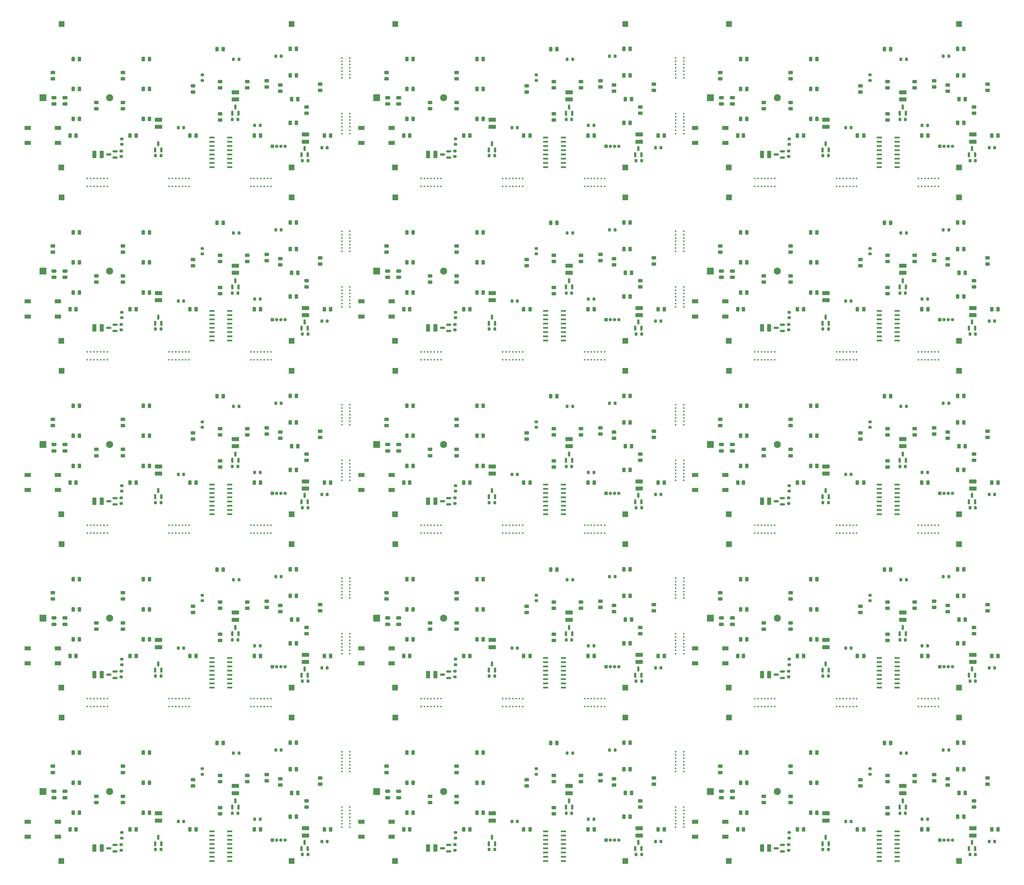
<source format=gts>
%TF.GenerationSoftware,KiCad,Pcbnew,7.0.1-3b83917a11~171~ubuntu20.04.1*%
%TF.CreationDate,2023-10-26T02:31:41+02:00*%
%TF.ProjectId,panel_bottom,70616e65-6c5f-4626-9f74-746f6d2e6b69,rev?*%
%TF.SameCoordinates,Original*%
%TF.FileFunction,Soldermask,Top*%
%TF.FilePolarity,Negative*%
%FSLAX46Y46*%
G04 Gerber Fmt 4.6, Leading zero omitted, Abs format (unit mm)*
G04 Created by KiCad (PCBNEW 7.0.1-3b83917a11~171~ubuntu20.04.1) date 2023-10-26 02:31:41*
%MOMM*%
%LPD*%
G01*
G04 APERTURE LIST*
G04 Aperture macros list*
%AMRoundRect*
0 Rectangle with rounded corners*
0 $1 Rounding radius*
0 $2 $3 $4 $5 $6 $7 $8 $9 X,Y pos of 4 corners*
0 Add a 4 corners polygon primitive as box body*
4,1,4,$2,$3,$4,$5,$6,$7,$8,$9,$2,$3,0*
0 Add four circle primitives for the rounded corners*
1,1,$1+$1,$2,$3*
1,1,$1+$1,$4,$5*
1,1,$1+$1,$6,$7*
1,1,$1+$1,$8,$9*
0 Add four rect primitives between the rounded corners*
20,1,$1+$1,$2,$3,$4,$5,0*
20,1,$1+$1,$4,$5,$6,$7,0*
20,1,$1+$1,$6,$7,$8,$9,0*
20,1,$1+$1,$8,$9,$2,$3,0*%
G04 Aperture macros list end*
%ADD10C,0.500000*%
%ADD11RoundRect,0.243750X0.456250X-0.243750X0.456250X0.243750X-0.456250X0.243750X-0.456250X-0.243750X0*%
%ADD12RoundRect,0.250000X0.850000X-0.375000X0.850000X0.375000X-0.850000X0.375000X-0.850000X-0.375000X0*%
%ADD13RoundRect,0.243750X-0.243750X-0.456250X0.243750X-0.456250X0.243750X0.456250X-0.243750X0.456250X0*%
%ADD14RoundRect,0.150000X0.150000X-0.587500X0.150000X0.587500X-0.150000X0.587500X-0.150000X-0.587500X0*%
%ADD15R,1.700000X1.700000*%
%ADD16RoundRect,0.243750X0.243750X0.456250X-0.243750X0.456250X-0.243750X-0.456250X0.243750X-0.456250X0*%
%ADD17RoundRect,0.243750X-0.456250X0.243750X-0.456250X-0.243750X0.456250X-0.243750X0.456250X0.243750X0*%
%ADD18RoundRect,0.200000X0.275000X-0.200000X0.275000X0.200000X-0.275000X0.200000X-0.275000X-0.200000X0*%
%ADD19R,2.100000X2.100000*%
%ADD20C,2.100000*%
%ADD21RoundRect,0.200000X0.200000X0.275000X-0.200000X0.275000X-0.200000X-0.275000X0.200000X-0.275000X0*%
%ADD22RoundRect,0.250000X-0.475000X0.250000X-0.475000X-0.250000X0.475000X-0.250000X0.475000X0.250000X0*%
%ADD23R,1.900000X1.300000*%
%ADD24RoundRect,0.200000X-0.275000X0.200000X-0.275000X-0.200000X0.275000X-0.200000X0.275000X0.200000X0*%
%ADD25RoundRect,0.250000X0.375000X0.850000X-0.375000X0.850000X-0.375000X-0.850000X0.375000X-0.850000X0*%
%ADD26RoundRect,0.137500X-0.662500X-0.137500X0.662500X-0.137500X0.662500X0.137500X-0.662500X0.137500X0*%
%ADD27RoundRect,0.150000X0.587500X0.150000X-0.587500X0.150000X-0.587500X-0.150000X0.587500X-0.150000X0*%
%ADD28RoundRect,0.200000X-0.200000X-0.275000X0.200000X-0.275000X0.200000X0.275000X-0.200000X0.275000X0*%
%ADD29R,1.000000X1.000000*%
%ADD30O,1.000000X1.000000*%
G04 APERTURE END LIST*
D10*
%TO.C,KiKit_MB_15_4*%
X224000000Y-69800000D03*
%TD*%
%TO.C,KiKit_MB_64_1*%
X221000000Y-124200000D03*
%TD*%
%TO.C,KiKit_MB_108_6*%
X199700000Y-242666666D03*
%TD*%
%TO.C,KiKit_MB_94_3*%
X249500000Y-225800000D03*
%TD*%
%TO.C,KiKit_MB_43_7*%
X270000000Y-121800000D03*
%TD*%
%TO.C,KiKit_MB_97_2*%
X97300000Y-259333333D03*
%TD*%
%TO.C,KiKit_MB_32_2*%
X171000000Y-72200000D03*
%TD*%
%TO.C,KiKit_MB_68_5*%
X247500000Y-173800000D03*
%TD*%
D11*
%TO.C,D21*%
X60792000Y-42695500D03*
X60792000Y-40820500D03*
%TD*%
%TO.C,D21*%
X160792000Y-42695500D03*
X160792000Y-40820500D03*
%TD*%
%TO.C,D21*%
X260792000Y-42695500D03*
X260792000Y-40820500D03*
%TD*%
%TO.C,D21*%
X60792000Y-94695500D03*
X60792000Y-92820500D03*
%TD*%
%TO.C,D21*%
X160792000Y-94695500D03*
X160792000Y-92820500D03*
%TD*%
%TO.C,D21*%
X260792000Y-94695500D03*
X260792000Y-92820500D03*
%TD*%
%TO.C,D21*%
X60792000Y-146695500D03*
X60792000Y-144820500D03*
%TD*%
%TO.C,D21*%
X160792000Y-146695500D03*
X160792000Y-144820500D03*
%TD*%
%TO.C,D21*%
X260792000Y-146695500D03*
X260792000Y-144820500D03*
%TD*%
%TO.C,D21*%
X60792000Y-198695500D03*
X60792000Y-196820500D03*
%TD*%
%TO.C,D21*%
X160792000Y-198695500D03*
X160792000Y-196820500D03*
%TD*%
%TO.C,D21*%
X260792000Y-198695500D03*
X260792000Y-196820500D03*
%TD*%
%TO.C,D21*%
X60792000Y-250695500D03*
X60792000Y-248820500D03*
%TD*%
%TO.C,D21*%
X160792000Y-250695500D03*
X160792000Y-248820500D03*
%TD*%
%TO.C,D21*%
X260792000Y-250695500D03*
X260792000Y-248820500D03*
%TD*%
D10*
%TO.C,KiKit_MB_98_7*%
X27000000Y-228200000D03*
%TD*%
%TO.C,KiKit_MB_29_7*%
X197300000Y-108333333D03*
%TD*%
%TO.C,KiKit_MB_90_5*%
X225000000Y-176200000D03*
%TD*%
%TO.C,KiKit_MB_42_1*%
X251500000Y-121800000D03*
%TD*%
%TO.C,KiKit_MB_53_2*%
X99700000Y-159333333D03*
%TD*%
%TO.C,KiKit_MB_95_3*%
X274000000Y-225800000D03*
%TD*%
D12*
%TO.C,L2*%
X86354000Y-58811000D03*
X86354000Y-56661000D03*
%TD*%
%TO.C,L2*%
X186354000Y-58811000D03*
X186354000Y-56661000D03*
%TD*%
%TO.C,L2*%
X286354000Y-58811000D03*
X286354000Y-56661000D03*
%TD*%
%TO.C,L2*%
X86354000Y-110811000D03*
X86354000Y-108661000D03*
%TD*%
%TO.C,L2*%
X186354000Y-110811000D03*
X186354000Y-108661000D03*
%TD*%
%TO.C,L2*%
X286354000Y-110811000D03*
X286354000Y-108661000D03*
%TD*%
%TO.C,L2*%
X86354000Y-162811000D03*
X86354000Y-160661000D03*
%TD*%
%TO.C,L2*%
X186354000Y-162811000D03*
X186354000Y-160661000D03*
%TD*%
%TO.C,L2*%
X286354000Y-162811000D03*
X286354000Y-160661000D03*
%TD*%
%TO.C,L2*%
X86354000Y-214811000D03*
X86354000Y-212661000D03*
%TD*%
%TO.C,L2*%
X186354000Y-214811000D03*
X186354000Y-212661000D03*
%TD*%
%TO.C,L2*%
X286354000Y-214811000D03*
X286354000Y-212661000D03*
%TD*%
%TO.C,L2*%
X86354000Y-266811000D03*
X86354000Y-264661000D03*
%TD*%
%TO.C,L2*%
X186354000Y-266811000D03*
X186354000Y-264661000D03*
%TD*%
%TO.C,L2*%
X286354000Y-266811000D03*
X286354000Y-264661000D03*
%TD*%
D10*
%TO.C,KiKit_MB_87_6*%
X171000000Y-225800000D03*
%TD*%
%TO.C,KiKit_MB_89_4*%
X199700000Y-209333333D03*
%TD*%
%TO.C,KiKit_MB_62_1*%
X199700000Y-143666666D03*
%TD*%
%TO.C,KiKit_MB_46_6*%
X26000000Y-124200000D03*
%TD*%
%TO.C,KiKit_MB_79_4*%
X99700000Y-209333333D03*
%TD*%
%TO.C,KiKit_MB_67_1*%
X227000000Y-173800000D03*
%TD*%
%TO.C,KiKit_MB_88_2*%
X199700000Y-194666666D03*
%TD*%
%TO.C,KiKit_MB_70_6*%
X97300000Y-194666666D03*
%TD*%
%TO.C,KiKit_MB_77_5*%
X72000000Y-225800000D03*
%TD*%
%TO.C,KiKit_MB_37_7*%
X199700000Y-102333333D03*
%TD*%
%TO.C,KiKit_MB_62_4*%
X199700000Y-140666666D03*
%TD*%
%TO.C,KiKit_MB_86_2*%
X150500000Y-225800000D03*
%TD*%
%TO.C,KiKit_MB_61_7*%
X170000000Y-173800000D03*
%TD*%
%TO.C,KiKit_MB_12_5*%
X172000000Y-69800000D03*
%TD*%
%TO.C,KiKit_MB_28_3*%
X197300000Y-87666666D03*
%TD*%
%TO.C,KiKit_MB_96_3*%
X97300000Y-243666666D03*
%TD*%
%TO.C,KiKit_MB_36_3*%
X199700000Y-89666666D03*
%TD*%
%TO.C,KiKit_MB_51_4*%
X73000000Y-173800000D03*
%TD*%
%TO.C,KiKit_MB_58_5*%
X174000000Y-124200000D03*
%TD*%
%TO.C,KiKit_MB_13_1*%
X199700000Y-39666667D03*
%TD*%
%TO.C,KiKit_MB_105_5*%
X125000000Y-228200000D03*
%TD*%
%TO.C,KiKit_MB_88_7*%
X199700000Y-189666666D03*
%TD*%
%TO.C,KiKit_MB_90_1*%
X221000000Y-176200000D03*
%TD*%
%TO.C,KiKit_MB_103_4*%
X197300000Y-244666666D03*
%TD*%
%TO.C,KiKit_MB_15_3*%
X225000000Y-69800000D03*
%TD*%
%TO.C,KiKit_MB_100_6*%
X75000000Y-228200000D03*
%TD*%
%TO.C,KiKit_MB_73_6*%
X50500000Y-176200000D03*
%TD*%
%TO.C,KiKit_MB_77_1*%
X76000000Y-225800000D03*
%TD*%
%TO.C,KiKit_MB_13_3*%
X199700000Y-37666667D03*
%TD*%
%TO.C,KiKit_MB_32_1*%
X170000000Y-72200000D03*
%TD*%
%TO.C,KiKit_MB_36_5*%
X199700000Y-87666666D03*
%TD*%
%TO.C,KiKit_MB_53_3*%
X99700000Y-158333333D03*
%TD*%
%TO.C,KiKit_MB_111_3*%
X247500000Y-228200000D03*
%TD*%
%TO.C,KiKit_MB_90_3*%
X223000000Y-176200000D03*
%TD*%
%TO.C,KiKit_MB_110_5*%
X225000000Y-228200000D03*
%TD*%
%TO.C,KiKit_MB_9_2*%
X197300000Y-51333333D03*
%TD*%
%TO.C,KiKit_MB_93_2*%
X226000000Y-225800000D03*
%TD*%
%TO.C,KiKit_MB_71_4*%
X97300000Y-209333333D03*
%TD*%
%TO.C,KiKit_MB_83_6*%
X150500000Y-176200000D03*
%TD*%
%TO.C,KiKit_MB_41_7*%
X221000000Y-121800000D03*
%TD*%
%TO.C,KiKit_MB_3_6*%
X22000000Y-69800000D03*
%TD*%
%TO.C,KiKit_MB_29_6*%
X197300000Y-107333333D03*
%TD*%
D13*
%TO.C,D22*%
X92034000Y-56998000D03*
X93909000Y-56998000D03*
%TD*%
%TO.C,D22*%
X192034000Y-56998000D03*
X193909000Y-56998000D03*
%TD*%
%TO.C,D22*%
X292034000Y-56998000D03*
X293909000Y-56998000D03*
%TD*%
%TO.C,D22*%
X92034000Y-108998000D03*
X93909000Y-108998000D03*
%TD*%
%TO.C,D22*%
X192034000Y-108998000D03*
X193909000Y-108998000D03*
%TD*%
%TO.C,D22*%
X292034000Y-108998000D03*
X293909000Y-108998000D03*
%TD*%
%TO.C,D22*%
X92034000Y-160998000D03*
X93909000Y-160998000D03*
%TD*%
%TO.C,D22*%
X192034000Y-160998000D03*
X193909000Y-160998000D03*
%TD*%
%TO.C,D22*%
X292034000Y-160998000D03*
X293909000Y-160998000D03*
%TD*%
%TO.C,D22*%
X92034000Y-212998000D03*
X93909000Y-212998000D03*
%TD*%
%TO.C,D22*%
X192034000Y-212998000D03*
X193909000Y-212998000D03*
%TD*%
%TO.C,D22*%
X292034000Y-212998000D03*
X293909000Y-212998000D03*
%TD*%
%TO.C,D22*%
X92034000Y-264998000D03*
X93909000Y-264998000D03*
%TD*%
%TO.C,D22*%
X192034000Y-264998000D03*
X193909000Y-264998000D03*
%TD*%
%TO.C,D22*%
X292034000Y-264998000D03*
X293909000Y-264998000D03*
%TD*%
D10*
%TO.C,KiKit_MB_33_7*%
X121000000Y-121800000D03*
%TD*%
%TO.C,KiKit_MB_107_4*%
X173000000Y-228200000D03*
%TD*%
%TO.C,KiKit_MB_11_7*%
X145500000Y-69800000D03*
%TD*%
%TO.C,KiKit_MB_93_1*%
X227000000Y-225800000D03*
%TD*%
%TO.C,KiKit_MB_79_6*%
X99700000Y-207333333D03*
%TD*%
%TO.C,KiKit_MB_16_6*%
X246500000Y-69800000D03*
%TD*%
%TO.C,KiKit_MB_24_7*%
X45500000Y-121800000D03*
%TD*%
%TO.C,KiKit_MB_38_4*%
X224000000Y-72200000D03*
%TD*%
%TO.C,KiKit_MB_74_5*%
X74000000Y-176200000D03*
%TD*%
%TO.C,KiKit_MB_84_1*%
X170000000Y-176200000D03*
%TD*%
%TO.C,KiKit_MB_39_3*%
X247500000Y-72200000D03*
%TD*%
%TO.C,KiKit_MB_4_7*%
X45500000Y-69800000D03*
%TD*%
%TO.C,KiKit_MB_1_4*%
X97300000Y-36666667D03*
%TD*%
D12*
%TO.C,L5*%
X42300000Y-54350000D03*
X42300000Y-52200000D03*
%TD*%
%TO.C,L5*%
X142300000Y-54350000D03*
X142300000Y-52200000D03*
%TD*%
%TO.C,L5*%
X242300000Y-54350000D03*
X242300000Y-52200000D03*
%TD*%
%TO.C,L5*%
X42300000Y-106350000D03*
X42300000Y-104200000D03*
%TD*%
%TO.C,L5*%
X142300000Y-106350000D03*
X142300000Y-104200000D03*
%TD*%
%TO.C,L5*%
X242300000Y-106350000D03*
X242300000Y-104200000D03*
%TD*%
%TO.C,L5*%
X42300000Y-158350000D03*
X42300000Y-156200000D03*
%TD*%
%TO.C,L5*%
X142300000Y-158350000D03*
X142300000Y-156200000D03*
%TD*%
%TO.C,L5*%
X242300000Y-158350000D03*
X242300000Y-156200000D03*
%TD*%
%TO.C,L5*%
X42300000Y-210350000D03*
X42300000Y-208200000D03*
%TD*%
%TO.C,L5*%
X142300000Y-210350000D03*
X142300000Y-208200000D03*
%TD*%
%TO.C,L5*%
X242300000Y-210350000D03*
X242300000Y-208200000D03*
%TD*%
%TO.C,L5*%
X42300000Y-262350000D03*
X42300000Y-260200000D03*
%TD*%
%TO.C,L5*%
X142300000Y-262350000D03*
X142300000Y-260200000D03*
%TD*%
%TO.C,L5*%
X242300000Y-262350000D03*
X242300000Y-260200000D03*
%TD*%
D10*
%TO.C,KiKit_MB_46_1*%
X21000000Y-124200000D03*
%TD*%
%TO.C,KiKit_MB_86_5*%
X147500000Y-225800000D03*
%TD*%
%TO.C,KiKit_MB_21_2*%
X46500000Y-72200000D03*
%TD*%
%TO.C,KiKit_MB_40_7*%
X276000000Y-72200000D03*
%TD*%
%TO.C,KiKit_MB_4_1*%
X51500000Y-69800000D03*
%TD*%
%TO.C,KiKit_MB_49_2*%
X26000000Y-173800000D03*
%TD*%
%TO.C,KiKit_MB_7_3*%
X99700000Y-54333333D03*
%TD*%
%TO.C,KiKit_MB_32_6*%
X175000000Y-72200000D03*
%TD*%
%TO.C,KiKit_MB_90_7*%
X227000000Y-176200000D03*
%TD*%
%TO.C,KiKit_MB_85_7*%
X121000000Y-225800000D03*
%TD*%
%TO.C,KiKit_MB_78_4*%
X99700000Y-192666666D03*
%TD*%
%TO.C,KiKit_MB_106_1*%
X145500000Y-228200000D03*
%TD*%
D14*
%TO.C,Q2*%
X41300000Y-61275000D03*
X43200000Y-61275000D03*
X42250000Y-59400000D03*
%TD*%
%TO.C,Q2*%
X141300000Y-61275000D03*
X143200000Y-61275000D03*
X142250000Y-59400000D03*
%TD*%
%TO.C,Q2*%
X241300000Y-61275000D03*
X243200000Y-61275000D03*
X242250000Y-59400000D03*
%TD*%
%TO.C,Q2*%
X41300000Y-113275000D03*
X43200000Y-113275000D03*
X42250000Y-111400000D03*
%TD*%
%TO.C,Q2*%
X141300000Y-113275000D03*
X143200000Y-113275000D03*
X142250000Y-111400000D03*
%TD*%
%TO.C,Q2*%
X241300000Y-113275000D03*
X243200000Y-113275000D03*
X242250000Y-111400000D03*
%TD*%
%TO.C,Q2*%
X41300000Y-165275000D03*
X43200000Y-165275000D03*
X42250000Y-163400000D03*
%TD*%
%TO.C,Q2*%
X141300000Y-165275000D03*
X143200000Y-165275000D03*
X142250000Y-163400000D03*
%TD*%
%TO.C,Q2*%
X241300000Y-165275000D03*
X243200000Y-165275000D03*
X242250000Y-163400000D03*
%TD*%
%TO.C,Q2*%
X41300000Y-217275000D03*
X43200000Y-217275000D03*
X42250000Y-215400000D03*
%TD*%
%TO.C,Q2*%
X141300000Y-217275000D03*
X143200000Y-217275000D03*
X142250000Y-215400000D03*
%TD*%
%TO.C,Q2*%
X241300000Y-217275000D03*
X243200000Y-217275000D03*
X242250000Y-215400000D03*
%TD*%
%TO.C,Q2*%
X41300000Y-269275000D03*
X43200000Y-269275000D03*
X42250000Y-267400000D03*
%TD*%
%TO.C,Q2*%
X141300000Y-269275000D03*
X143200000Y-269275000D03*
X142250000Y-267400000D03*
%TD*%
%TO.C,Q2*%
X241300000Y-269275000D03*
X243200000Y-269275000D03*
X242250000Y-267400000D03*
%TD*%
D10*
%TO.C,KiKit_MB_35_7*%
X170000000Y-121800000D03*
%TD*%
%TO.C,KiKit_MB_48_4*%
X73000000Y-124200000D03*
%TD*%
%TO.C,KiKit_MB_42_5*%
X247500000Y-121800000D03*
%TD*%
%TO.C,KiKit_MB_78_7*%
X99700000Y-189666666D03*
%TD*%
%TO.C,KiKit_MB_58_7*%
X176000000Y-124200000D03*
%TD*%
%TO.C,KiKit_MB_59_6*%
X122000000Y-173800000D03*
%TD*%
%TO.C,KiKit_MB_38_3*%
X223000000Y-72200000D03*
%TD*%
%TO.C,KiKit_MB_45_7*%
X97300000Y-160333333D03*
%TD*%
%TO.C,KiKit_MB_72_1*%
X21000000Y-176200000D03*
%TD*%
%TO.C,KiKit_MB_64_4*%
X224000000Y-124200000D03*
%TD*%
%TO.C,KiKit_MB_6_3*%
X99700000Y-37666667D03*
%TD*%
%TO.C,KiKit_MB_109_7*%
X199700000Y-258333333D03*
%TD*%
%TO.C,KiKit_MB_13_7*%
X199700000Y-33666667D03*
%TD*%
%TO.C,KiKit_MB_88_4*%
X199700000Y-192666666D03*
%TD*%
%TO.C,KiKit_MB_7_4*%
X99700000Y-53333333D03*
%TD*%
%TO.C,KiKit_MB_86_6*%
X146500000Y-225800000D03*
%TD*%
%TO.C,KiKit_MB_43_4*%
X273000000Y-121800000D03*
%TD*%
%TO.C,KiKit_MB_66_2*%
X271000000Y-124200000D03*
%TD*%
%TO.C,KiKit_MB_105_6*%
X126000000Y-228200000D03*
%TD*%
%TO.C,KiKit_MB_103_1*%
X197300000Y-241666666D03*
%TD*%
%TO.C,KiKit_MB_60_6*%
X146500000Y-173800000D03*
%TD*%
%TO.C,KiKit_MB_98_2*%
X22000000Y-228200000D03*
%TD*%
%TO.C,KiKit_MB_40_1*%
X270000000Y-72200000D03*
%TD*%
%TO.C,KiKit_MB_79_3*%
X99700000Y-210333333D03*
%TD*%
%TO.C,KiKit_MB_15_7*%
X221000000Y-69800000D03*
%TD*%
%TO.C,KiKit_MB_86_3*%
X149500000Y-225800000D03*
%TD*%
%TO.C,KiKit_MB_107_3*%
X172000000Y-228200000D03*
%TD*%
%TO.C,KiKit_MB_75_1*%
X27000000Y-225800000D03*
%TD*%
%TO.C,KiKit_MB_110_2*%
X222000000Y-228200000D03*
%TD*%
%TO.C,KiKit_MB_31_7*%
X151500000Y-72200000D03*
%TD*%
%TO.C,KiKit_MB_63_1*%
X199700000Y-160333333D03*
%TD*%
%TO.C,KiKit_MB_48_2*%
X71000000Y-124200000D03*
%TD*%
%TO.C,KiKit_MB_89_6*%
X199700000Y-207333333D03*
%TD*%
%TO.C,KiKit_MB_30_7*%
X127000000Y-72200000D03*
%TD*%
D15*
%TO.C,J3*%
X213300000Y-179500000D03*
%TD*%
%TO.C,J3*%
X13300000Y-231500000D03*
%TD*%
%TO.C,J3*%
X113300000Y-231500000D03*
%TD*%
%TO.C,J3*%
X213300000Y-231500000D03*
%TD*%
%TO.C,J3*%
X13300000Y-23500000D03*
%TD*%
%TO.C,J3*%
X113300000Y-23500000D03*
%TD*%
%TO.C,J3*%
X213300000Y-23500000D03*
%TD*%
%TO.C,J3*%
X13300000Y-75500000D03*
%TD*%
%TO.C,J3*%
X113300000Y-75500000D03*
%TD*%
%TO.C,J3*%
X213300000Y-75500000D03*
%TD*%
%TO.C,J3*%
X13300000Y-127500000D03*
%TD*%
%TO.C,J3*%
X113300000Y-127500000D03*
%TD*%
%TO.C,J3*%
X213300000Y-127500000D03*
%TD*%
%TO.C,J3*%
X13300000Y-179500000D03*
%TD*%
%TO.C,J3*%
X113300000Y-179500000D03*
%TD*%
D10*
%TO.C,KiKit_MB_68_4*%
X248500000Y-173800000D03*
%TD*%
%TO.C,KiKit_MB_109_3*%
X199700000Y-262333333D03*
%TD*%
D13*
%TO.C,D5*%
X16762500Y-52000000D03*
X18637500Y-52000000D03*
%TD*%
%TO.C,D5*%
X116762500Y-52000000D03*
X118637500Y-52000000D03*
%TD*%
%TO.C,D5*%
X216762500Y-52000000D03*
X218637500Y-52000000D03*
%TD*%
%TO.C,D5*%
X16762500Y-104000000D03*
X18637500Y-104000000D03*
%TD*%
%TO.C,D5*%
X116762500Y-104000000D03*
X118637500Y-104000000D03*
%TD*%
%TO.C,D5*%
X216762500Y-104000000D03*
X218637500Y-104000000D03*
%TD*%
%TO.C,D5*%
X16762500Y-156000000D03*
X18637500Y-156000000D03*
%TD*%
%TO.C,D5*%
X116762500Y-156000000D03*
X118637500Y-156000000D03*
%TD*%
%TO.C,D5*%
X216762500Y-156000000D03*
X218637500Y-156000000D03*
%TD*%
%TO.C,D5*%
X16762500Y-208000000D03*
X18637500Y-208000000D03*
%TD*%
%TO.C,D5*%
X116762500Y-208000000D03*
X118637500Y-208000000D03*
%TD*%
%TO.C,D5*%
X216762500Y-208000000D03*
X218637500Y-208000000D03*
%TD*%
%TO.C,D5*%
X16762500Y-260000000D03*
X18637500Y-260000000D03*
%TD*%
%TO.C,D5*%
X116762500Y-260000000D03*
X118637500Y-260000000D03*
%TD*%
%TO.C,D5*%
X216762500Y-260000000D03*
X218637500Y-260000000D03*
%TD*%
D10*
%TO.C,KiKit_MB_107_1*%
X170000000Y-228200000D03*
%TD*%
%TO.C,KiKit_MB_17_2*%
X275000000Y-69800000D03*
%TD*%
%TO.C,KiKit_MB_13_5*%
X199700000Y-35666667D03*
%TD*%
%TO.C,KiKit_MB_46_5*%
X25000000Y-124200000D03*
%TD*%
%TO.C,KiKit_MB_47_4*%
X48500000Y-124200000D03*
%TD*%
%TO.C,KiKit_MB_16_2*%
X250500000Y-69800000D03*
%TD*%
%TO.C,KiKit_MB_20_4*%
X24000000Y-72200000D03*
%TD*%
%TO.C,KiKit_MB_1_5*%
X97300000Y-37666667D03*
%TD*%
%TO.C,KiKit_MB_68_6*%
X246500000Y-173800000D03*
%TD*%
%TO.C,KiKit_MB_43_1*%
X276000000Y-121800000D03*
%TD*%
%TO.C,KiKit_MB_33_5*%
X123000000Y-121800000D03*
%TD*%
%TO.C,KiKit_MB_8_5*%
X197300000Y-37666667D03*
%TD*%
%TO.C,KiKit_MB_50_4*%
X48500000Y-173800000D03*
%TD*%
%TO.C,KiKit_MB_1_2*%
X97300000Y-34666667D03*
%TD*%
%TO.C,KiKit_MB_110_7*%
X227000000Y-228200000D03*
%TD*%
%TO.C,KiKit_MB_66_5*%
X274000000Y-124200000D03*
%TD*%
%TO.C,KiKit_MB_63_2*%
X199700000Y-159333333D03*
%TD*%
%TO.C,KiKit_MB_56_4*%
X124000000Y-124200000D03*
%TD*%
%TO.C,KiKit_MB_103_6*%
X197300000Y-246666666D03*
%TD*%
%TO.C,KiKit_MB_33_6*%
X122000000Y-121800000D03*
%TD*%
D16*
%TO.C,D13*%
X35637500Y-57000000D03*
X33762500Y-57000000D03*
%TD*%
%TO.C,D13*%
X135637500Y-57000000D03*
X133762500Y-57000000D03*
%TD*%
%TO.C,D13*%
X235637500Y-57000000D03*
X233762500Y-57000000D03*
%TD*%
%TO.C,D13*%
X35637500Y-109000000D03*
X33762500Y-109000000D03*
%TD*%
%TO.C,D13*%
X135637500Y-109000000D03*
X133762500Y-109000000D03*
%TD*%
%TO.C,D13*%
X235637500Y-109000000D03*
X233762500Y-109000000D03*
%TD*%
%TO.C,D13*%
X35637500Y-161000000D03*
X33762500Y-161000000D03*
%TD*%
%TO.C,D13*%
X135637500Y-161000000D03*
X133762500Y-161000000D03*
%TD*%
%TO.C,D13*%
X235637500Y-161000000D03*
X233762500Y-161000000D03*
%TD*%
%TO.C,D13*%
X35637500Y-213000000D03*
X33762500Y-213000000D03*
%TD*%
%TO.C,D13*%
X135637500Y-213000000D03*
X133762500Y-213000000D03*
%TD*%
%TO.C,D13*%
X235637500Y-213000000D03*
X233762500Y-213000000D03*
%TD*%
%TO.C,D13*%
X35637500Y-265000000D03*
X33762500Y-265000000D03*
%TD*%
%TO.C,D13*%
X135637500Y-265000000D03*
X133762500Y-265000000D03*
%TD*%
%TO.C,D13*%
X235637500Y-265000000D03*
X233762500Y-265000000D03*
%TD*%
D10*
%TO.C,KiKit_MB_101_5*%
X99700000Y-243666666D03*
%TD*%
%TO.C,KiKit_MB_66_7*%
X276000000Y-124200000D03*
%TD*%
%TO.C,KiKit_MB_10_1*%
X127000000Y-69800000D03*
%TD*%
%TO.C,KiKit_MB_102_6*%
X99700000Y-259333333D03*
%TD*%
%TO.C,KiKit_MB_84_7*%
X176000000Y-176200000D03*
%TD*%
%TO.C,KiKit_MB_109_5*%
X199700000Y-260333333D03*
%TD*%
%TO.C,KiKit_MB_40_4*%
X273000000Y-72200000D03*
%TD*%
D11*
%TO.C,D26*%
X78826000Y-43711500D03*
X78826000Y-41836500D03*
%TD*%
%TO.C,D26*%
X178826000Y-43711500D03*
X178826000Y-41836500D03*
%TD*%
%TO.C,D26*%
X278826000Y-43711500D03*
X278826000Y-41836500D03*
%TD*%
%TO.C,D26*%
X78826000Y-95711500D03*
X78826000Y-93836500D03*
%TD*%
%TO.C,D26*%
X178826000Y-95711500D03*
X178826000Y-93836500D03*
%TD*%
%TO.C,D26*%
X278826000Y-95711500D03*
X278826000Y-93836500D03*
%TD*%
%TO.C,D26*%
X78826000Y-147711500D03*
X78826000Y-145836500D03*
%TD*%
%TO.C,D26*%
X178826000Y-147711500D03*
X178826000Y-145836500D03*
%TD*%
%TO.C,D26*%
X278826000Y-147711500D03*
X278826000Y-145836500D03*
%TD*%
%TO.C,D26*%
X78826000Y-199711500D03*
X78826000Y-197836500D03*
%TD*%
%TO.C,D26*%
X178826000Y-199711500D03*
X178826000Y-197836500D03*
%TD*%
%TO.C,D26*%
X278826000Y-199711500D03*
X278826000Y-197836500D03*
%TD*%
%TO.C,D26*%
X78826000Y-251711500D03*
X78826000Y-249836500D03*
%TD*%
%TO.C,D26*%
X178826000Y-251711500D03*
X178826000Y-249836500D03*
%TD*%
%TO.C,D26*%
X278826000Y-251711500D03*
X278826000Y-249836500D03*
%TD*%
D10*
%TO.C,KiKit_MB_45_2*%
X97300000Y-155333333D03*
%TD*%
%TO.C,KiKit_MB_111_7*%
X251500000Y-228200000D03*
%TD*%
%TO.C,KiKit_MB_36_2*%
X199700000Y-90666666D03*
%TD*%
%TO.C,KiKit_MB_10_2*%
X126000000Y-69800000D03*
%TD*%
%TO.C,KiKit_MB_68_7*%
X245500000Y-173800000D03*
%TD*%
%TO.C,KiKit_MB_12_1*%
X176000000Y-69800000D03*
%TD*%
%TO.C,KiKit_MB_97_7*%
X97300000Y-264333333D03*
%TD*%
%TO.C,KiKit_MB_14_5*%
X199700000Y-52333333D03*
%TD*%
%TO.C,KiKit_MB_59_7*%
X121000000Y-173800000D03*
%TD*%
D13*
%TO.C,D1*%
X16762500Y-34000000D03*
X18637500Y-34000000D03*
%TD*%
%TO.C,D1*%
X116762500Y-34000000D03*
X118637500Y-34000000D03*
%TD*%
%TO.C,D1*%
X216762500Y-34000000D03*
X218637500Y-34000000D03*
%TD*%
%TO.C,D1*%
X16762500Y-86000000D03*
X18637500Y-86000000D03*
%TD*%
%TO.C,D1*%
X116762500Y-86000000D03*
X118637500Y-86000000D03*
%TD*%
%TO.C,D1*%
X216762500Y-86000000D03*
X218637500Y-86000000D03*
%TD*%
%TO.C,D1*%
X16762500Y-138000000D03*
X18637500Y-138000000D03*
%TD*%
%TO.C,D1*%
X116762500Y-138000000D03*
X118637500Y-138000000D03*
%TD*%
%TO.C,D1*%
X216762500Y-138000000D03*
X218637500Y-138000000D03*
%TD*%
%TO.C,D1*%
X16762500Y-190000000D03*
X18637500Y-190000000D03*
%TD*%
%TO.C,D1*%
X116762500Y-190000000D03*
X118637500Y-190000000D03*
%TD*%
%TO.C,D1*%
X216762500Y-190000000D03*
X218637500Y-190000000D03*
%TD*%
%TO.C,D1*%
X16762500Y-242000000D03*
X18637500Y-242000000D03*
%TD*%
%TO.C,D1*%
X116762500Y-242000000D03*
X118637500Y-242000000D03*
%TD*%
%TO.C,D1*%
X216762500Y-242000000D03*
X218637500Y-242000000D03*
%TD*%
D10*
%TO.C,KiKit_MB_55_1*%
X197300000Y-154333333D03*
%TD*%
%TO.C,KiKit_MB_23_2*%
X26000000Y-121800000D03*
%TD*%
%TO.C,KiKit_MB_57_7*%
X151500000Y-124200000D03*
%TD*%
%TO.C,KiKit_MB_74_4*%
X73000000Y-176200000D03*
%TD*%
%TO.C,KiKit_MB_7_6*%
X99700000Y-51333333D03*
%TD*%
%TO.C,KiKit_MB_35_1*%
X176000000Y-121800000D03*
%TD*%
%TO.C,KiKit_MB_77_2*%
X75000000Y-225800000D03*
%TD*%
%TO.C,KiKit_MB_74_2*%
X71000000Y-176200000D03*
%TD*%
%TO.C,KiKit_MB_6_2*%
X99700000Y-38666667D03*
%TD*%
%TO.C,KiKit_MB_48_1*%
X70000000Y-124200000D03*
%TD*%
%TO.C,KiKit_MB_99_4*%
X48500000Y-228200000D03*
%TD*%
%TO.C,KiKit_MB_22_6*%
X75000000Y-72200000D03*
%TD*%
%TO.C,KiKit_MB_21_3*%
X47500000Y-72200000D03*
%TD*%
%TO.C,KiKit_MB_84_2*%
X171000000Y-176200000D03*
%TD*%
%TO.C,KiKit_MB_49_4*%
X24000000Y-173800000D03*
%TD*%
%TO.C,KiKit_MB_77_3*%
X74000000Y-225800000D03*
%TD*%
%TO.C,KiKit_MB_12_4*%
X173000000Y-69800000D03*
%TD*%
%TO.C,KiKit_MB_69_6*%
X271000000Y-173800000D03*
%TD*%
%TO.C,KiKit_MB_15_6*%
X222000000Y-69800000D03*
%TD*%
%TO.C,KiKit_MB_25_6*%
X71000000Y-121800000D03*
%TD*%
%TO.C,KiKit_MB_106_4*%
X148500000Y-228200000D03*
%TD*%
%TO.C,KiKit_MB_109_4*%
X199700000Y-261333333D03*
%TD*%
%TO.C,KiKit_MB_5_2*%
X75000000Y-69800000D03*
%TD*%
%TO.C,KiKit_MB_94_6*%
X246500000Y-225800000D03*
%TD*%
%TO.C,KiKit_MB_18_6*%
X97300000Y-90666666D03*
%TD*%
%TO.C,KiKit_MB_37_5*%
X199700000Y-104333333D03*
%TD*%
%TO.C,KiKit_MB_28_4*%
X197300000Y-88666666D03*
%TD*%
%TO.C,KiKit_MB_65_4*%
X248500000Y-124200000D03*
%TD*%
%TO.C,KiKit_MB_104_3*%
X197300000Y-260333333D03*
%TD*%
D17*
%TO.C,D2*%
X10700000Y-38062500D03*
X10700000Y-39937500D03*
%TD*%
%TO.C,D2*%
X110700000Y-38062500D03*
X110700000Y-39937500D03*
%TD*%
%TO.C,D2*%
X210700000Y-38062500D03*
X210700000Y-39937500D03*
%TD*%
%TO.C,D2*%
X10700000Y-90062500D03*
X10700000Y-91937500D03*
%TD*%
%TO.C,D2*%
X110700000Y-90062500D03*
X110700000Y-91937500D03*
%TD*%
%TO.C,D2*%
X210700000Y-90062500D03*
X210700000Y-91937500D03*
%TD*%
%TO.C,D2*%
X10700000Y-142062500D03*
X10700000Y-143937500D03*
%TD*%
%TO.C,D2*%
X110700000Y-142062500D03*
X110700000Y-143937500D03*
%TD*%
%TO.C,D2*%
X210700000Y-142062500D03*
X210700000Y-143937500D03*
%TD*%
%TO.C,D2*%
X10700000Y-194062500D03*
X10700000Y-195937500D03*
%TD*%
%TO.C,D2*%
X110700000Y-194062500D03*
X110700000Y-195937500D03*
%TD*%
%TO.C,D2*%
X210700000Y-194062500D03*
X210700000Y-195937500D03*
%TD*%
%TO.C,D2*%
X10700000Y-246062500D03*
X10700000Y-247937500D03*
%TD*%
%TO.C,D2*%
X110700000Y-246062500D03*
X110700000Y-247937500D03*
%TD*%
%TO.C,D2*%
X210700000Y-246062500D03*
X210700000Y-247937500D03*
%TD*%
D10*
%TO.C,KiKit_MB_29_5*%
X197300000Y-106333333D03*
%TD*%
%TO.C,KiKit_MB_21_1*%
X45500000Y-72200000D03*
%TD*%
%TO.C,KiKit_MB_97_3*%
X97300000Y-260333333D03*
%TD*%
%TO.C,KiKit_MB_83_1*%
X145500000Y-176200000D03*
%TD*%
%TO.C,KiKit_MB_30_5*%
X125000000Y-72200000D03*
%TD*%
%TO.C,KiKit_MB_76_4*%
X48500000Y-225800000D03*
%TD*%
%TO.C,KiKit_MB_102_2*%
X99700000Y-263333333D03*
%TD*%
%TO.C,KiKit_MB_81_2*%
X197300000Y-207333333D03*
%TD*%
%TO.C,KiKit_MB_38_2*%
X222000000Y-72200000D03*
%TD*%
%TO.C,KiKit_MB_48_6*%
X75000000Y-124200000D03*
%TD*%
%TO.C,KiKit_MB_57_2*%
X146500000Y-124200000D03*
%TD*%
%TO.C,KiKit_MB_67_3*%
X225000000Y-173800000D03*
%TD*%
%TO.C,KiKit_MB_47_3*%
X47500000Y-124200000D03*
%TD*%
%TO.C,KiKit_MB_91_7*%
X251500000Y-176200000D03*
%TD*%
%TO.C,KiKit_MB_98_5*%
X25000000Y-228200000D03*
%TD*%
%TO.C,KiKit_MB_82_4*%
X124000000Y-176200000D03*
%TD*%
%TO.C,KiKit_MB_38_1*%
X221000000Y-72200000D03*
%TD*%
%TO.C,KiKit_MB_71_7*%
X97300000Y-212333333D03*
%TD*%
%TO.C,KiKit_MB_2_2*%
X97300000Y-51333333D03*
%TD*%
%TO.C,KiKit_MB_43_3*%
X274000000Y-121800000D03*
%TD*%
%TO.C,KiKit_MB_52_1*%
X99700000Y-143666666D03*
%TD*%
%TO.C,KiKit_MB_59_1*%
X127000000Y-173800000D03*
%TD*%
%TO.C,KiKit_MB_3_5*%
X23000000Y-69800000D03*
%TD*%
%TO.C,KiKit_MB_83_5*%
X149500000Y-176200000D03*
%TD*%
%TO.C,KiKit_MB_23_4*%
X24000000Y-121800000D03*
%TD*%
D18*
%TO.C,R8*%
X55500000Y-40450000D03*
X55500000Y-38800000D03*
%TD*%
%TO.C,R8*%
X155500000Y-40450000D03*
X155500000Y-38800000D03*
%TD*%
%TO.C,R8*%
X255500000Y-40450000D03*
X255500000Y-38800000D03*
%TD*%
%TO.C,R8*%
X55500000Y-92450000D03*
X55500000Y-90800000D03*
%TD*%
%TO.C,R8*%
X155500000Y-92450000D03*
X155500000Y-90800000D03*
%TD*%
%TO.C,R8*%
X255500000Y-92450000D03*
X255500000Y-90800000D03*
%TD*%
%TO.C,R8*%
X55500000Y-144450000D03*
X55500000Y-142800000D03*
%TD*%
%TO.C,R8*%
X155500000Y-144450000D03*
X155500000Y-142800000D03*
%TD*%
%TO.C,R8*%
X255500000Y-144450000D03*
X255500000Y-142800000D03*
%TD*%
%TO.C,R8*%
X55500000Y-196450000D03*
X55500000Y-194800000D03*
%TD*%
%TO.C,R8*%
X155500000Y-196450000D03*
X155500000Y-194800000D03*
%TD*%
%TO.C,R8*%
X255500000Y-196450000D03*
X255500000Y-194800000D03*
%TD*%
%TO.C,R8*%
X55500000Y-248450000D03*
X55500000Y-246800000D03*
%TD*%
%TO.C,R8*%
X155500000Y-248450000D03*
X155500000Y-246800000D03*
%TD*%
%TO.C,R8*%
X255500000Y-248450000D03*
X255500000Y-246800000D03*
%TD*%
D10*
%TO.C,KiKit_MB_52_7*%
X99700000Y-137666666D03*
%TD*%
%TO.C,KiKit_MB_112_5*%
X274000000Y-228200000D03*
%TD*%
%TO.C,KiKit_MB_106_3*%
X147500000Y-228200000D03*
%TD*%
%TO.C,KiKit_MB_34_5*%
X147500000Y-121800000D03*
%TD*%
%TO.C,KiKit_MB_105_2*%
X122000000Y-228200000D03*
%TD*%
%TO.C,KiKit_MB_26_1*%
X99700000Y-91666666D03*
%TD*%
%TO.C,KiKit_MB_52_5*%
X99700000Y-139666666D03*
%TD*%
%TO.C,KiKit_MB_13_6*%
X199700000Y-34666667D03*
%TD*%
%TO.C,KiKit_MB_27_5*%
X99700000Y-104333333D03*
%TD*%
%TO.C,KiKit_MB_69_1*%
X276000000Y-173800000D03*
%TD*%
%TO.C,KiKit_MB_26_5*%
X99700000Y-87666666D03*
%TD*%
%TO.C,KiKit_MB_19_7*%
X97300000Y-108333333D03*
%TD*%
%TO.C,KiKit_MB_71_5*%
X97300000Y-210333333D03*
%TD*%
%TO.C,KiKit_MB_70_7*%
X97300000Y-195666666D03*
%TD*%
%TO.C,KiKit_MB_55_6*%
X197300000Y-159333333D03*
%TD*%
%TO.C,KiKit_MB_46_4*%
X24000000Y-124200000D03*
%TD*%
%TO.C,KiKit_MB_104_4*%
X197300000Y-261333333D03*
%TD*%
%TO.C,KiKit_MB_25_5*%
X72000000Y-121800000D03*
%TD*%
%TO.C,KiKit_MB_20_7*%
X27000000Y-72200000D03*
%TD*%
%TO.C,KiKit_MB_83_3*%
X147500000Y-176200000D03*
%TD*%
%TO.C,KiKit_MB_80_7*%
X197300000Y-195666666D03*
%TD*%
%TO.C,KiKit_MB_3_1*%
X27000000Y-69800000D03*
%TD*%
D13*
%TO.C,D10*%
X37762500Y-52000000D03*
X39637500Y-52000000D03*
%TD*%
%TO.C,D10*%
X137762500Y-52000000D03*
X139637500Y-52000000D03*
%TD*%
%TO.C,D10*%
X237762500Y-52000000D03*
X239637500Y-52000000D03*
%TD*%
%TO.C,D10*%
X37762500Y-104000000D03*
X39637500Y-104000000D03*
%TD*%
%TO.C,D10*%
X137762500Y-104000000D03*
X139637500Y-104000000D03*
%TD*%
%TO.C,D10*%
X237762500Y-104000000D03*
X239637500Y-104000000D03*
%TD*%
%TO.C,D10*%
X37762500Y-156000000D03*
X39637500Y-156000000D03*
%TD*%
%TO.C,D10*%
X137762500Y-156000000D03*
X139637500Y-156000000D03*
%TD*%
%TO.C,D10*%
X237762500Y-156000000D03*
X239637500Y-156000000D03*
%TD*%
%TO.C,D10*%
X37762500Y-208000000D03*
X39637500Y-208000000D03*
%TD*%
%TO.C,D10*%
X137762500Y-208000000D03*
X139637500Y-208000000D03*
%TD*%
%TO.C,D10*%
X237762500Y-208000000D03*
X239637500Y-208000000D03*
%TD*%
%TO.C,D10*%
X37762500Y-260000000D03*
X39637500Y-260000000D03*
%TD*%
%TO.C,D10*%
X137762500Y-260000000D03*
X139637500Y-260000000D03*
%TD*%
%TO.C,D10*%
X237762500Y-260000000D03*
X239637500Y-260000000D03*
%TD*%
D10*
%TO.C,KiKit_MB_98_1*%
X21000000Y-228200000D03*
%TD*%
%TO.C,KiKit_MB_83_7*%
X151500000Y-176200000D03*
%TD*%
%TO.C,KiKit_MB_85_5*%
X123000000Y-225800000D03*
%TD*%
D15*
%TO.C,J8*%
X13200000Y-66500000D03*
%TD*%
%TO.C,J8*%
X113200000Y-66500000D03*
%TD*%
%TO.C,J8*%
X213200000Y-66500000D03*
%TD*%
%TO.C,J8*%
X13200000Y-118500000D03*
%TD*%
%TO.C,J8*%
X113200000Y-118500000D03*
%TD*%
%TO.C,J8*%
X213200000Y-118500000D03*
%TD*%
%TO.C,J8*%
X13200000Y-170500000D03*
%TD*%
%TO.C,J8*%
X113200000Y-170500000D03*
%TD*%
%TO.C,J8*%
X213200000Y-170500000D03*
%TD*%
%TO.C,J8*%
X13200000Y-222500000D03*
%TD*%
%TO.C,J8*%
X113200000Y-222500000D03*
%TD*%
%TO.C,J8*%
X213200000Y-222500000D03*
%TD*%
%TO.C,J8*%
X13200000Y-274500000D03*
%TD*%
%TO.C,J8*%
X113200000Y-274500000D03*
%TD*%
%TO.C,J8*%
X213200000Y-274500000D03*
%TD*%
D10*
%TO.C,KiKit_MB_35_2*%
X175000000Y-121800000D03*
%TD*%
%TO.C,KiKit_MB_54_7*%
X197300000Y-143666666D03*
%TD*%
%TO.C,KiKit_MB_97_4*%
X97300000Y-261333333D03*
%TD*%
%TO.C,KiKit_MB_11_4*%
X148500000Y-69800000D03*
%TD*%
%TO.C,KiKit_MB_95_2*%
X275000000Y-225800000D03*
%TD*%
%TO.C,KiKit_MB_5_1*%
X76000000Y-69800000D03*
%TD*%
%TO.C,KiKit_MB_93_4*%
X224000000Y-225800000D03*
%TD*%
%TO.C,KiKit_MB_35_3*%
X174000000Y-121800000D03*
%TD*%
%TO.C,KiKit_MB_50_6*%
X46500000Y-173800000D03*
%TD*%
%TO.C,KiKit_MB_12_7*%
X170000000Y-69800000D03*
%TD*%
%TO.C,KiKit_MB_22_2*%
X71000000Y-72200000D03*
%TD*%
%TO.C,KiKit_MB_51_3*%
X74000000Y-173800000D03*
%TD*%
%TO.C,KiKit_MB_98_4*%
X24000000Y-228200000D03*
%TD*%
%TO.C,KiKit_MB_77_7*%
X70000000Y-225800000D03*
%TD*%
%TO.C,KiKit_MB_63_7*%
X199700000Y-154333333D03*
%TD*%
%TO.C,KiKit_MB_17_7*%
X270000000Y-69800000D03*
%TD*%
%TO.C,KiKit_MB_16_7*%
X245500000Y-69800000D03*
%TD*%
%TO.C,KiKit_MB_50_1*%
X51500000Y-173800000D03*
%TD*%
%TO.C,KiKit_MB_64_2*%
X222000000Y-124200000D03*
%TD*%
%TO.C,KiKit_MB_112_6*%
X275000000Y-228200000D03*
%TD*%
%TO.C,KiKit_MB_95_4*%
X273000000Y-225800000D03*
%TD*%
%TO.C,KiKit_MB_41_3*%
X225000000Y-121800000D03*
%TD*%
%TO.C,KiKit_MB_74_7*%
X76000000Y-176200000D03*
%TD*%
%TO.C,KiKit_MB_85_1*%
X127000000Y-225800000D03*
%TD*%
%TO.C,KiKit_MB_97_6*%
X97300000Y-263333333D03*
%TD*%
%TO.C,KiKit_MB_52_6*%
X99700000Y-138666666D03*
%TD*%
%TO.C,KiKit_MB_2_7*%
X97300000Y-56333333D03*
%TD*%
%TO.C,KiKit_MB_82_2*%
X122000000Y-176200000D03*
%TD*%
%TO.C,KiKit_MB_4_2*%
X50500000Y-69800000D03*
%TD*%
%TO.C,KiKit_MB_67_6*%
X222000000Y-173800000D03*
%TD*%
%TO.C,KiKit_MB_102_1*%
X99700000Y-264333333D03*
%TD*%
%TO.C,KiKit_MB_25_4*%
X73000000Y-121800000D03*
%TD*%
D19*
%TO.C,BT1*%
X7731400Y-45618800D03*
D20*
X27731400Y-45618800D03*
%TD*%
D19*
%TO.C,BT1*%
X107731400Y-45618800D03*
D20*
X127731400Y-45618800D03*
%TD*%
D19*
%TO.C,BT1*%
X207731400Y-45618800D03*
D20*
X227731400Y-45618800D03*
%TD*%
D19*
%TO.C,BT1*%
X7731400Y-97618800D03*
D20*
X27731400Y-97618800D03*
%TD*%
D19*
%TO.C,BT1*%
X107731400Y-97618800D03*
D20*
X127731400Y-97618800D03*
%TD*%
D19*
%TO.C,BT1*%
X207731400Y-97618800D03*
D20*
X227731400Y-97618800D03*
%TD*%
D19*
%TO.C,BT1*%
X7731400Y-149618800D03*
D20*
X27731400Y-149618800D03*
%TD*%
D19*
%TO.C,BT1*%
X107731400Y-149618800D03*
D20*
X127731400Y-149618800D03*
%TD*%
D19*
%TO.C,BT1*%
X207731400Y-149618800D03*
D20*
X227731400Y-149618800D03*
%TD*%
D19*
%TO.C,BT1*%
X7731400Y-201618800D03*
D20*
X27731400Y-201618800D03*
%TD*%
D19*
%TO.C,BT1*%
X107731400Y-201618800D03*
D20*
X127731400Y-201618800D03*
%TD*%
D19*
%TO.C,BT1*%
X207731400Y-201618800D03*
D20*
X227731400Y-201618800D03*
%TD*%
D19*
%TO.C,BT1*%
X7731400Y-253618800D03*
D20*
X27731400Y-253618800D03*
%TD*%
D19*
%TO.C,BT1*%
X107731400Y-253618800D03*
D20*
X127731400Y-253618800D03*
%TD*%
D19*
%TO.C,BT1*%
X207731400Y-253618800D03*
D20*
X227731400Y-253618800D03*
%TD*%
D10*
%TO.C,KiKit_MB_14_6*%
X199700000Y-51333333D03*
%TD*%
%TO.C,KiKit_MB_86_4*%
X148500000Y-225800000D03*
%TD*%
%TO.C,KiKit_MB_42_6*%
X246500000Y-121800000D03*
%TD*%
%TO.C,KiKit_MB_13_4*%
X199700000Y-36666667D03*
%TD*%
%TO.C,KiKit_MB_7_1*%
X99700000Y-56333333D03*
%TD*%
%TO.C,KiKit_MB_28_1*%
X197300000Y-85666666D03*
%TD*%
%TO.C,KiKit_MB_80_3*%
X197300000Y-191666666D03*
%TD*%
%TO.C,KiKit_MB_82_6*%
X126000000Y-176200000D03*
%TD*%
%TO.C,KiKit_MB_25_2*%
X75000000Y-121800000D03*
%TD*%
%TO.C,KiKit_MB_29_3*%
X197300000Y-104333333D03*
%TD*%
%TO.C,KiKit_MB_16_1*%
X251500000Y-69800000D03*
%TD*%
%TO.C,KiKit_MB_54_1*%
X197300000Y-137666666D03*
%TD*%
D21*
%TO.C,R12*%
X92900000Y-268600000D03*
X91250000Y-268600000D03*
%TD*%
%TO.C,R12*%
X92900000Y-60600000D03*
X91250000Y-60600000D03*
%TD*%
%TO.C,R12*%
X192900000Y-60600000D03*
X191250000Y-60600000D03*
%TD*%
%TO.C,R12*%
X292900000Y-60600000D03*
X291250000Y-60600000D03*
%TD*%
%TO.C,R12*%
X92900000Y-112600000D03*
X91250000Y-112600000D03*
%TD*%
%TO.C,R12*%
X192900000Y-112600000D03*
X191250000Y-112600000D03*
%TD*%
%TO.C,R12*%
X292900000Y-112600000D03*
X291250000Y-112600000D03*
%TD*%
%TO.C,R12*%
X92900000Y-164600000D03*
X91250000Y-164600000D03*
%TD*%
%TO.C,R12*%
X192900000Y-164600000D03*
X191250000Y-164600000D03*
%TD*%
%TO.C,R12*%
X292900000Y-164600000D03*
X291250000Y-164600000D03*
%TD*%
%TO.C,R12*%
X92900000Y-216600000D03*
X91250000Y-216600000D03*
%TD*%
%TO.C,R12*%
X192900000Y-216600000D03*
X191250000Y-216600000D03*
%TD*%
%TO.C,R12*%
X292900000Y-216600000D03*
X291250000Y-216600000D03*
%TD*%
%TO.C,R12*%
X192900000Y-268600000D03*
X191250000Y-268600000D03*
%TD*%
%TO.C,R12*%
X292900000Y-268600000D03*
X291250000Y-268600000D03*
%TD*%
D10*
%TO.C,KiKit_MB_3_7*%
X21000000Y-69800000D03*
%TD*%
%TO.C,KiKit_MB_34_3*%
X149500000Y-121800000D03*
%TD*%
%TO.C,KiKit_MB_26_4*%
X99700000Y-88666666D03*
%TD*%
%TO.C,KiKit_MB_37_1*%
X199700000Y-108333333D03*
%TD*%
%TO.C,KiKit_MB_30_6*%
X126000000Y-72200000D03*
%TD*%
%TO.C,KiKit_MB_58_2*%
X171000000Y-124200000D03*
%TD*%
%TO.C,KiKit_MB_52_2*%
X99700000Y-142666666D03*
%TD*%
D13*
%TO.C,D15*%
X59854500Y-31090000D03*
X61729500Y-31090000D03*
%TD*%
%TO.C,D15*%
X159854500Y-31090000D03*
X161729500Y-31090000D03*
%TD*%
%TO.C,D15*%
X259854500Y-31090000D03*
X261729500Y-31090000D03*
%TD*%
%TO.C,D15*%
X59854500Y-83090000D03*
X61729500Y-83090000D03*
%TD*%
%TO.C,D15*%
X159854500Y-83090000D03*
X161729500Y-83090000D03*
%TD*%
%TO.C,D15*%
X259854500Y-83090000D03*
X261729500Y-83090000D03*
%TD*%
%TO.C,D15*%
X59854500Y-135090000D03*
X61729500Y-135090000D03*
%TD*%
%TO.C,D15*%
X159854500Y-135090000D03*
X161729500Y-135090000D03*
%TD*%
%TO.C,D15*%
X259854500Y-135090000D03*
X261729500Y-135090000D03*
%TD*%
%TO.C,D15*%
X59854500Y-187090000D03*
X61729500Y-187090000D03*
%TD*%
%TO.C,D15*%
X159854500Y-187090000D03*
X161729500Y-187090000D03*
%TD*%
%TO.C,D15*%
X259854500Y-187090000D03*
X261729500Y-187090000D03*
%TD*%
%TO.C,D15*%
X59854500Y-239090000D03*
X61729500Y-239090000D03*
%TD*%
%TO.C,D15*%
X159854500Y-239090000D03*
X161729500Y-239090000D03*
%TD*%
%TO.C,D15*%
X259854500Y-239090000D03*
X261729500Y-239090000D03*
%TD*%
D10*
%TO.C,KiKit_MB_66_1*%
X270000000Y-124200000D03*
%TD*%
%TO.C,KiKit_MB_23_7*%
X21000000Y-121800000D03*
%TD*%
%TO.C,KiKit_MB_112_1*%
X270000000Y-228200000D03*
%TD*%
%TO.C,KiKit_MB_94_7*%
X245500000Y-225800000D03*
%TD*%
%TO.C,KiKit_MB_96_7*%
X97300000Y-247666666D03*
%TD*%
%TO.C,KiKit_MB_50_2*%
X50500000Y-173800000D03*
%TD*%
%TO.C,KiKit_MB_97_1*%
X97300000Y-258333333D03*
%TD*%
%TO.C,KiKit_MB_84_4*%
X173000000Y-176200000D03*
%TD*%
%TO.C,KiKit_MB_8_1*%
X197300000Y-33666667D03*
%TD*%
D13*
%TO.C,D14*%
X51762500Y-57000000D03*
X53637500Y-57000000D03*
%TD*%
%TO.C,D14*%
X151762500Y-57000000D03*
X153637500Y-57000000D03*
%TD*%
%TO.C,D14*%
X251762500Y-57000000D03*
X253637500Y-57000000D03*
%TD*%
%TO.C,D14*%
X51762500Y-109000000D03*
X53637500Y-109000000D03*
%TD*%
%TO.C,D14*%
X151762500Y-109000000D03*
X153637500Y-109000000D03*
%TD*%
%TO.C,D14*%
X251762500Y-109000000D03*
X253637500Y-109000000D03*
%TD*%
%TO.C,D14*%
X51762500Y-161000000D03*
X53637500Y-161000000D03*
%TD*%
%TO.C,D14*%
X151762500Y-161000000D03*
X153637500Y-161000000D03*
%TD*%
%TO.C,D14*%
X251762500Y-161000000D03*
X253637500Y-161000000D03*
%TD*%
%TO.C,D14*%
X51762500Y-213000000D03*
X53637500Y-213000000D03*
%TD*%
%TO.C,D14*%
X151762500Y-213000000D03*
X153637500Y-213000000D03*
%TD*%
%TO.C,D14*%
X251762500Y-213000000D03*
X253637500Y-213000000D03*
%TD*%
%TO.C,D14*%
X51762500Y-265000000D03*
X53637500Y-265000000D03*
%TD*%
%TO.C,D14*%
X151762500Y-265000000D03*
X153637500Y-265000000D03*
%TD*%
%TO.C,D14*%
X251762500Y-265000000D03*
X253637500Y-265000000D03*
%TD*%
D10*
%TO.C,KiKit_MB_100_5*%
X74000000Y-228200000D03*
%TD*%
%TO.C,KiKit_MB_111_4*%
X248500000Y-228200000D03*
%TD*%
%TO.C,KiKit_MB_6_6*%
X99700000Y-34666667D03*
%TD*%
%TO.C,KiKit_MB_38_5*%
X225000000Y-72200000D03*
%TD*%
%TO.C,KiKit_MB_8_4*%
X197300000Y-36666667D03*
%TD*%
%TO.C,KiKit_MB_48_3*%
X72000000Y-124200000D03*
%TD*%
%TO.C,KiKit_MB_67_5*%
X223000000Y-173800000D03*
%TD*%
%TO.C,KiKit_MB_20_2*%
X22000000Y-72200000D03*
%TD*%
%TO.C,KiKit_MB_44_4*%
X97300000Y-140666666D03*
%TD*%
D22*
%TO.C,C3*%
X11008000Y-45600000D03*
X11008000Y-47500000D03*
%TD*%
%TO.C,C3*%
X111008000Y-45600000D03*
X111008000Y-47500000D03*
%TD*%
%TO.C,C3*%
X211008000Y-45600000D03*
X211008000Y-47500000D03*
%TD*%
%TO.C,C3*%
X11008000Y-97600000D03*
X11008000Y-99500000D03*
%TD*%
%TO.C,C3*%
X111008000Y-97600000D03*
X111008000Y-99500000D03*
%TD*%
%TO.C,C3*%
X211008000Y-97600000D03*
X211008000Y-99500000D03*
%TD*%
%TO.C,C3*%
X11008000Y-149600000D03*
X11008000Y-151500000D03*
%TD*%
%TO.C,C3*%
X111008000Y-149600000D03*
X111008000Y-151500000D03*
%TD*%
%TO.C,C3*%
X211008000Y-149600000D03*
X211008000Y-151500000D03*
%TD*%
%TO.C,C3*%
X11008000Y-201600000D03*
X11008000Y-203500000D03*
%TD*%
%TO.C,C3*%
X111008000Y-201600000D03*
X111008000Y-203500000D03*
%TD*%
%TO.C,C3*%
X211008000Y-201600000D03*
X211008000Y-203500000D03*
%TD*%
%TO.C,C3*%
X11008000Y-253600000D03*
X11008000Y-255500000D03*
%TD*%
%TO.C,C3*%
X111008000Y-253600000D03*
X111008000Y-255500000D03*
%TD*%
%TO.C,C3*%
X211008000Y-253600000D03*
X211008000Y-255500000D03*
%TD*%
D10*
%TO.C,KiKit_MB_39_2*%
X246500000Y-72200000D03*
%TD*%
%TO.C,KiKit_MB_34_4*%
X148500000Y-121800000D03*
%TD*%
%TO.C,KiKit_MB_110_3*%
X223000000Y-228200000D03*
%TD*%
%TO.C,KiKit_MB_47_5*%
X49500000Y-124200000D03*
%TD*%
%TO.C,KiKit_MB_47_2*%
X46500000Y-124200000D03*
%TD*%
%TO.C,KiKit_MB_51_6*%
X71000000Y-173800000D03*
%TD*%
%TO.C,KiKit_MB_32_5*%
X174000000Y-72200000D03*
%TD*%
D13*
%TO.C,D11*%
X15866500Y-57002000D03*
X17637500Y-57000000D03*
%TD*%
%TO.C,D11*%
X115866500Y-57002000D03*
X117637500Y-57000000D03*
%TD*%
%TO.C,D11*%
X215866500Y-57002000D03*
X217637500Y-57000000D03*
%TD*%
%TO.C,D11*%
X15866500Y-109002000D03*
X17637500Y-109000000D03*
%TD*%
%TO.C,D11*%
X115866500Y-109002000D03*
X117637500Y-109000000D03*
%TD*%
%TO.C,D11*%
X215866500Y-109002000D03*
X217637500Y-109000000D03*
%TD*%
%TO.C,D11*%
X15866500Y-161002000D03*
X17637500Y-161000000D03*
%TD*%
%TO.C,D11*%
X115866500Y-161002000D03*
X117637500Y-161000000D03*
%TD*%
%TO.C,D11*%
X215866500Y-161002000D03*
X217637500Y-161000000D03*
%TD*%
%TO.C,D11*%
X15866500Y-213002000D03*
X17637500Y-213000000D03*
%TD*%
%TO.C,D11*%
X115866500Y-213002000D03*
X117637500Y-213000000D03*
%TD*%
%TO.C,D11*%
X215866500Y-213002000D03*
X217637500Y-213000000D03*
%TD*%
%TO.C,D11*%
X15866500Y-265002000D03*
X17637500Y-265000000D03*
%TD*%
%TO.C,D11*%
X115866500Y-265002000D03*
X117637500Y-265000000D03*
%TD*%
%TO.C,D11*%
X215866500Y-265002000D03*
X217637500Y-265000000D03*
%TD*%
D10*
%TO.C,KiKit_MB_69_2*%
X275000000Y-173800000D03*
%TD*%
%TO.C,KiKit_MB_17_3*%
X274000000Y-69800000D03*
%TD*%
%TO.C,KiKit_MB_7_7*%
X99700000Y-50333333D03*
%TD*%
%TO.C,KiKit_MB_40_6*%
X275000000Y-72200000D03*
%TD*%
%TO.C,KiKit_MB_91_3*%
X247500000Y-176200000D03*
%TD*%
%TO.C,KiKit_MB_60_5*%
X147500000Y-173800000D03*
%TD*%
%TO.C,KiKit_MB_65_2*%
X246500000Y-124200000D03*
%TD*%
%TO.C,KiKit_MB_99_6*%
X50500000Y-228200000D03*
%TD*%
%TO.C,KiKit_MB_1_1*%
X97300000Y-33666667D03*
%TD*%
%TO.C,KiKit_MB_12_2*%
X175000000Y-69800000D03*
%TD*%
%TO.C,KiKit_MB_58_4*%
X173000000Y-124200000D03*
%TD*%
%TO.C,KiKit_MB_95_7*%
X270000000Y-225800000D03*
%TD*%
%TO.C,KiKit_MB_5_7*%
X70000000Y-69800000D03*
%TD*%
%TO.C,KiKit_MB_41_1*%
X227000000Y-121800000D03*
%TD*%
%TO.C,KiKit_MB_76_2*%
X50500000Y-225800000D03*
%TD*%
%TO.C,KiKit_MB_10_6*%
X122000000Y-69800000D03*
%TD*%
%TO.C,KiKit_MB_84_3*%
X172000000Y-176200000D03*
%TD*%
%TO.C,KiKit_MB_4_6*%
X46500000Y-69800000D03*
%TD*%
%TO.C,KiKit_MB_77_6*%
X71000000Y-225800000D03*
%TD*%
%TO.C,KiKit_MB_110_1*%
X221000000Y-228200000D03*
%TD*%
%TO.C,KiKit_MB_88_5*%
X199700000Y-191666666D03*
%TD*%
%TO.C,KiKit_MB_60_2*%
X150500000Y-173800000D03*
%TD*%
%TO.C,KiKit_MB_88_6*%
X199700000Y-190666666D03*
%TD*%
%TO.C,KiKit_MB_78_1*%
X99700000Y-195666666D03*
%TD*%
%TO.C,KiKit_MB_2_6*%
X97300000Y-55333333D03*
%TD*%
%TO.C,KiKit_MB_112_4*%
X273000000Y-228200000D03*
%TD*%
%TO.C,KiKit_MB_23_3*%
X25000000Y-121800000D03*
%TD*%
%TO.C,KiKit_MB_1_3*%
X97300000Y-35666667D03*
%TD*%
%TO.C,KiKit_MB_74_1*%
X70000000Y-176200000D03*
%TD*%
%TO.C,KiKit_MB_62_7*%
X199700000Y-137666666D03*
%TD*%
%TO.C,KiKit_MB_44_1*%
X97300000Y-137666666D03*
%TD*%
%TO.C,KiKit_MB_51_2*%
X75000000Y-173800000D03*
%TD*%
%TO.C,KiKit_MB_92_1*%
X270000000Y-176200000D03*
%TD*%
%TO.C,KiKit_MB_73_5*%
X49500000Y-176200000D03*
%TD*%
%TO.C,KiKit_MB_87_4*%
X173000000Y-225800000D03*
%TD*%
D23*
%TO.C,SW1*%
X3100000Y-59200000D03*
X12200000Y-59200000D03*
X3100000Y-54700000D03*
X12200000Y-54700000D03*
%TD*%
%TO.C,SW1*%
X103100000Y-59200000D03*
X112200000Y-59200000D03*
X103100000Y-54700000D03*
X112200000Y-54700000D03*
%TD*%
%TO.C,SW1*%
X203100000Y-59200000D03*
X212200000Y-59200000D03*
X203100000Y-54700000D03*
X212200000Y-54700000D03*
%TD*%
%TO.C,SW1*%
X3100000Y-111200000D03*
X12200000Y-111200000D03*
X3100000Y-106700000D03*
X12200000Y-106700000D03*
%TD*%
%TO.C,SW1*%
X103100000Y-111200000D03*
X112200000Y-111200000D03*
X103100000Y-106700000D03*
X112200000Y-106700000D03*
%TD*%
%TO.C,SW1*%
X203100000Y-111200000D03*
X212200000Y-111200000D03*
X203100000Y-106700000D03*
X212200000Y-106700000D03*
%TD*%
%TO.C,SW1*%
X3100000Y-163200000D03*
X12200000Y-163200000D03*
X3100000Y-158700000D03*
X12200000Y-158700000D03*
%TD*%
%TO.C,SW1*%
X103100000Y-163200000D03*
X112200000Y-163200000D03*
X103100000Y-158700000D03*
X112200000Y-158700000D03*
%TD*%
%TO.C,SW1*%
X203100000Y-163200000D03*
X212200000Y-163200000D03*
X203100000Y-158700000D03*
X212200000Y-158700000D03*
%TD*%
%TO.C,SW1*%
X3100000Y-215200000D03*
X12200000Y-215200000D03*
X3100000Y-210700000D03*
X12200000Y-210700000D03*
%TD*%
%TO.C,SW1*%
X103100000Y-215200000D03*
X112200000Y-215200000D03*
X103100000Y-210700000D03*
X112200000Y-210700000D03*
%TD*%
%TO.C,SW1*%
X203100000Y-215200000D03*
X212200000Y-215200000D03*
X203100000Y-210700000D03*
X212200000Y-210700000D03*
%TD*%
%TO.C,SW1*%
X3100000Y-267200000D03*
X12200000Y-267200000D03*
X3100000Y-262700000D03*
X12200000Y-262700000D03*
%TD*%
%TO.C,SW1*%
X103100000Y-267200000D03*
X112200000Y-267200000D03*
X103100000Y-262700000D03*
X112200000Y-262700000D03*
%TD*%
%TO.C,SW1*%
X203100000Y-267200000D03*
X212200000Y-267200000D03*
X203100000Y-262700000D03*
X212200000Y-262700000D03*
%TD*%
D14*
%TO.C,Q3*%
X264414000Y-206315500D03*
X266314000Y-206315500D03*
X265364000Y-204440500D03*
%TD*%
%TO.C,Q3*%
X64414000Y-258315500D03*
X66314000Y-258315500D03*
X65364000Y-256440500D03*
%TD*%
%TO.C,Q3*%
X164414000Y-258315500D03*
X166314000Y-258315500D03*
X165364000Y-256440500D03*
%TD*%
%TO.C,Q3*%
X264414000Y-258315500D03*
X266314000Y-258315500D03*
X265364000Y-256440500D03*
%TD*%
%TO.C,Q3*%
X64414000Y-50315500D03*
X66314000Y-50315500D03*
X65364000Y-48440500D03*
%TD*%
%TO.C,Q3*%
X164414000Y-50315500D03*
X166314000Y-50315500D03*
X165364000Y-48440500D03*
%TD*%
%TO.C,Q3*%
X264414000Y-50315500D03*
X266314000Y-50315500D03*
X265364000Y-48440500D03*
%TD*%
%TO.C,Q3*%
X64414000Y-102315500D03*
X66314000Y-102315500D03*
X65364000Y-100440500D03*
%TD*%
%TO.C,Q3*%
X164414000Y-102315500D03*
X166314000Y-102315500D03*
X165364000Y-100440500D03*
%TD*%
%TO.C,Q3*%
X264414000Y-102315500D03*
X266314000Y-102315500D03*
X265364000Y-100440500D03*
%TD*%
%TO.C,Q3*%
X64414000Y-154315500D03*
X66314000Y-154315500D03*
X65364000Y-152440500D03*
%TD*%
%TO.C,Q3*%
X164414000Y-154315500D03*
X166314000Y-154315500D03*
X165364000Y-152440500D03*
%TD*%
%TO.C,Q3*%
X264414000Y-154315500D03*
X266314000Y-154315500D03*
X265364000Y-152440500D03*
%TD*%
%TO.C,Q3*%
X64414000Y-206315500D03*
X66314000Y-206315500D03*
X65364000Y-204440500D03*
%TD*%
%TO.C,Q3*%
X164414000Y-206315500D03*
X166314000Y-206315500D03*
X165364000Y-204440500D03*
%TD*%
D10*
%TO.C,KiKit_MB_24_1*%
X51500000Y-121800000D03*
%TD*%
%TO.C,KiKit_MB_97_5*%
X97300000Y-262333333D03*
%TD*%
%TO.C,KiKit_MB_49_1*%
X27000000Y-173800000D03*
%TD*%
%TO.C,KiKit_MB_107_7*%
X176000000Y-228200000D03*
%TD*%
%TO.C,KiKit_MB_28_7*%
X197300000Y-91666666D03*
%TD*%
%TO.C,KiKit_MB_101_1*%
X99700000Y-247666666D03*
%TD*%
%TO.C,KiKit_MB_23_6*%
X22000000Y-121800000D03*
%TD*%
%TO.C,KiKit_MB_45_5*%
X97300000Y-158333333D03*
%TD*%
%TO.C,KiKit_MB_100_2*%
X71000000Y-228200000D03*
%TD*%
%TO.C,KiKit_MB_73_2*%
X46500000Y-176200000D03*
%TD*%
%TO.C,KiKit_MB_99_3*%
X47500000Y-228200000D03*
%TD*%
%TO.C,KiKit_MB_10_3*%
X125000000Y-69800000D03*
%TD*%
D24*
%TO.C,R2*%
X31300000Y-57950000D03*
X31300000Y-59600000D03*
%TD*%
%TO.C,R2*%
X131300000Y-57950000D03*
X131300000Y-59600000D03*
%TD*%
%TO.C,R2*%
X231300000Y-57950000D03*
X231300000Y-59600000D03*
%TD*%
%TO.C,R2*%
X31300000Y-109950000D03*
X31300000Y-111600000D03*
%TD*%
%TO.C,R2*%
X131300000Y-109950000D03*
X131300000Y-111600000D03*
%TD*%
%TO.C,R2*%
X231300000Y-109950000D03*
X231300000Y-111600000D03*
%TD*%
%TO.C,R2*%
X31300000Y-161950000D03*
X31300000Y-163600000D03*
%TD*%
%TO.C,R2*%
X131300000Y-161950000D03*
X131300000Y-163600000D03*
%TD*%
%TO.C,R2*%
X231300000Y-161950000D03*
X231300000Y-163600000D03*
%TD*%
%TO.C,R2*%
X31300000Y-213950000D03*
X31300000Y-215600000D03*
%TD*%
%TO.C,R2*%
X131300000Y-213950000D03*
X131300000Y-215600000D03*
%TD*%
%TO.C,R2*%
X231300000Y-213950000D03*
X231300000Y-215600000D03*
%TD*%
%TO.C,R2*%
X31300000Y-265950000D03*
X31300000Y-267600000D03*
%TD*%
%TO.C,R2*%
X131300000Y-265950000D03*
X131300000Y-267600000D03*
%TD*%
%TO.C,R2*%
X231300000Y-265950000D03*
X231300000Y-267600000D03*
%TD*%
D10*
%TO.C,KiKit_MB_41_4*%
X224000000Y-121800000D03*
%TD*%
%TO.C,KiKit_MB_21_5*%
X49500000Y-72200000D03*
%TD*%
%TO.C,KiKit_MB_66_6*%
X275000000Y-124200000D03*
%TD*%
%TO.C,KiKit_MB_54_6*%
X197300000Y-142666666D03*
%TD*%
%TO.C,KiKit_MB_61_2*%
X175000000Y-173800000D03*
%TD*%
%TO.C,KiKit_MB_20_5*%
X25000000Y-72200000D03*
%TD*%
%TO.C,KiKit_MB_37_2*%
X199700000Y-107333333D03*
%TD*%
%TO.C,KiKit_MB_73_3*%
X47500000Y-176200000D03*
%TD*%
%TO.C,KiKit_MB_21_7*%
X51500000Y-72200000D03*
%TD*%
%TO.C,KiKit_MB_81_7*%
X197300000Y-212333333D03*
%TD*%
%TO.C,KiKit_MB_89_5*%
X199700000Y-208333333D03*
%TD*%
%TO.C,KiKit_MB_71_2*%
X97300000Y-207333333D03*
%TD*%
%TO.C,KiKit_MB_44_7*%
X97300000Y-143666666D03*
%TD*%
%TO.C,KiKit_MB_60_4*%
X148500000Y-173800000D03*
%TD*%
%TO.C,KiKit_MB_24_4*%
X48500000Y-121800000D03*
%TD*%
%TO.C,KiKit_MB_44_2*%
X97300000Y-138666666D03*
%TD*%
%TO.C,KiKit_MB_51_1*%
X76000000Y-173800000D03*
%TD*%
%TO.C,KiKit_MB_62_3*%
X199700000Y-141666666D03*
%TD*%
%TO.C,KiKit_MB_96_5*%
X97300000Y-245666666D03*
%TD*%
%TO.C,KiKit_MB_72_6*%
X26000000Y-176200000D03*
%TD*%
%TO.C,KiKit_MB_7_5*%
X99700000Y-52333333D03*
%TD*%
%TO.C,KiKit_MB_53_1*%
X99700000Y-160333333D03*
%TD*%
%TO.C,KiKit_MB_94_2*%
X250500000Y-225800000D03*
%TD*%
%TO.C,KiKit_MB_95_6*%
X271000000Y-225800000D03*
%TD*%
%TO.C,KiKit_MB_30_1*%
X121000000Y-72200000D03*
%TD*%
%TO.C,KiKit_MB_103_3*%
X197300000Y-243666666D03*
%TD*%
%TO.C,KiKit_MB_11_6*%
X146500000Y-69800000D03*
%TD*%
%TO.C,KiKit_MB_101_6*%
X99700000Y-242666666D03*
%TD*%
%TO.C,KiKit_MB_74_6*%
X75000000Y-176200000D03*
%TD*%
%TO.C,KiKit_MB_61_3*%
X174000000Y-173800000D03*
%TD*%
%TO.C,KiKit_MB_18_3*%
X97300000Y-87666666D03*
%TD*%
%TO.C,KiKit_MB_51_5*%
X72000000Y-173800000D03*
%TD*%
%TO.C,KiKit_MB_19_4*%
X97300000Y-105333333D03*
%TD*%
%TO.C,KiKit_MB_67_4*%
X224000000Y-173800000D03*
%TD*%
%TO.C,KiKit_MB_28_6*%
X197300000Y-90666666D03*
%TD*%
D25*
%TO.C,L4*%
X225300000Y-270600000D03*
X223150000Y-270600000D03*
%TD*%
%TO.C,L4*%
X25300000Y-62600000D03*
X23150000Y-62600000D03*
%TD*%
%TO.C,L4*%
X125300000Y-62600000D03*
X123150000Y-62600000D03*
%TD*%
%TO.C,L4*%
X225300000Y-62600000D03*
X223150000Y-62600000D03*
%TD*%
%TO.C,L4*%
X25300000Y-114600000D03*
X23150000Y-114600000D03*
%TD*%
%TO.C,L4*%
X125300000Y-114600000D03*
X123150000Y-114600000D03*
%TD*%
%TO.C,L4*%
X225300000Y-114600000D03*
X223150000Y-114600000D03*
%TD*%
%TO.C,L4*%
X25300000Y-166600000D03*
X23150000Y-166600000D03*
%TD*%
%TO.C,L4*%
X125300000Y-166600000D03*
X123150000Y-166600000D03*
%TD*%
%TO.C,L4*%
X225300000Y-166600000D03*
X223150000Y-166600000D03*
%TD*%
%TO.C,L4*%
X25300000Y-218600000D03*
X23150000Y-218600000D03*
%TD*%
%TO.C,L4*%
X125300000Y-218600000D03*
X123150000Y-218600000D03*
%TD*%
%TO.C,L4*%
X225300000Y-218600000D03*
X223150000Y-218600000D03*
%TD*%
%TO.C,L4*%
X25300000Y-270600000D03*
X23150000Y-270600000D03*
%TD*%
%TO.C,L4*%
X125300000Y-270600000D03*
X123150000Y-270600000D03*
%TD*%
D10*
%TO.C,KiKit_MB_31_5*%
X149500000Y-72200000D03*
%TD*%
%TO.C,KiKit_MB_41_2*%
X226000000Y-121800000D03*
%TD*%
%TO.C,KiKit_MB_26_7*%
X99700000Y-85666666D03*
%TD*%
%TO.C,KiKit_MB_91_5*%
X249500000Y-176200000D03*
%TD*%
%TO.C,KiKit_MB_99_1*%
X45500000Y-228200000D03*
%TD*%
%TO.C,KiKit_MB_101_4*%
X99700000Y-244666666D03*
%TD*%
%TO.C,KiKit_MB_78_5*%
X99700000Y-191666666D03*
%TD*%
%TO.C,KiKit_MB_63_3*%
X199700000Y-158333333D03*
%TD*%
D13*
%TO.C,D27*%
X82206500Y-46076000D03*
X84081500Y-46076000D03*
%TD*%
%TO.C,D27*%
X182206500Y-46076000D03*
X184081500Y-46076000D03*
%TD*%
%TO.C,D27*%
X282206500Y-46076000D03*
X284081500Y-46076000D03*
%TD*%
%TO.C,D27*%
X82206500Y-98076000D03*
X84081500Y-98076000D03*
%TD*%
%TO.C,D27*%
X182206500Y-98076000D03*
X184081500Y-98076000D03*
%TD*%
%TO.C,D27*%
X282206500Y-98076000D03*
X284081500Y-98076000D03*
%TD*%
%TO.C,D27*%
X82206500Y-150076000D03*
X84081500Y-150076000D03*
%TD*%
%TO.C,D27*%
X182206500Y-150076000D03*
X184081500Y-150076000D03*
%TD*%
%TO.C,D27*%
X282206500Y-150076000D03*
X284081500Y-150076000D03*
%TD*%
%TO.C,D27*%
X82206500Y-202076000D03*
X84081500Y-202076000D03*
%TD*%
%TO.C,D27*%
X182206500Y-202076000D03*
X184081500Y-202076000D03*
%TD*%
%TO.C,D27*%
X282206500Y-202076000D03*
X284081500Y-202076000D03*
%TD*%
%TO.C,D27*%
X82206500Y-254076000D03*
X84081500Y-254076000D03*
%TD*%
%TO.C,D27*%
X182206500Y-254076000D03*
X184081500Y-254076000D03*
%TD*%
%TO.C,D27*%
X282206500Y-254076000D03*
X284081500Y-254076000D03*
%TD*%
D10*
%TO.C,KiKit_MB_55_2*%
X197300000Y-155333333D03*
%TD*%
%TO.C,KiKit_MB_89_7*%
X199700000Y-206333333D03*
%TD*%
%TO.C,KiKit_MB_111_5*%
X249500000Y-228200000D03*
%TD*%
%TO.C,KiKit_MB_99_2*%
X46500000Y-228200000D03*
%TD*%
%TO.C,KiKit_MB_92_4*%
X273000000Y-176200000D03*
%TD*%
%TO.C,KiKit_MB_26_6*%
X99700000Y-86666666D03*
%TD*%
%TO.C,KiKit_MB_108_2*%
X199700000Y-246666666D03*
%TD*%
%TO.C,KiKit_MB_69_4*%
X273000000Y-173800000D03*
%TD*%
%TO.C,KiKit_MB_34_6*%
X146500000Y-121800000D03*
%TD*%
%TO.C,KiKit_MB_30_3*%
X123000000Y-72200000D03*
%TD*%
%TO.C,KiKit_MB_80_2*%
X197300000Y-190666666D03*
%TD*%
D14*
%TO.C,Q4*%
X85150000Y-62737500D03*
X87050000Y-62737500D03*
X86100000Y-60862500D03*
%TD*%
%TO.C,Q4*%
X185150000Y-62737500D03*
X187050000Y-62737500D03*
X186100000Y-60862500D03*
%TD*%
%TO.C,Q4*%
X285150000Y-62737500D03*
X287050000Y-62737500D03*
X286100000Y-60862500D03*
%TD*%
%TO.C,Q4*%
X85150000Y-114737500D03*
X87050000Y-114737500D03*
X86100000Y-112862500D03*
%TD*%
%TO.C,Q4*%
X185150000Y-114737500D03*
X187050000Y-114737500D03*
X186100000Y-112862500D03*
%TD*%
%TO.C,Q4*%
X285150000Y-114737500D03*
X287050000Y-114737500D03*
X286100000Y-112862500D03*
%TD*%
%TO.C,Q4*%
X85150000Y-166737500D03*
X87050000Y-166737500D03*
X86100000Y-164862500D03*
%TD*%
%TO.C,Q4*%
X185150000Y-166737500D03*
X187050000Y-166737500D03*
X186100000Y-164862500D03*
%TD*%
%TO.C,Q4*%
X285150000Y-166737500D03*
X287050000Y-166737500D03*
X286100000Y-164862500D03*
%TD*%
%TO.C,Q4*%
X85150000Y-218737500D03*
X87050000Y-218737500D03*
X86100000Y-216862500D03*
%TD*%
%TO.C,Q4*%
X185150000Y-218737500D03*
X187050000Y-218737500D03*
X186100000Y-216862500D03*
%TD*%
%TO.C,Q4*%
X285150000Y-218737500D03*
X287050000Y-218737500D03*
X286100000Y-216862500D03*
%TD*%
%TO.C,Q4*%
X85150000Y-270737500D03*
X87050000Y-270737500D03*
X86100000Y-268862500D03*
%TD*%
%TO.C,Q4*%
X185150000Y-270737500D03*
X187050000Y-270737500D03*
X186100000Y-268862500D03*
%TD*%
%TO.C,Q4*%
X285150000Y-270737500D03*
X287050000Y-270737500D03*
X286100000Y-268862500D03*
%TD*%
D10*
%TO.C,KiKit_MB_10_4*%
X124000000Y-69800000D03*
%TD*%
%TO.C,KiKit_MB_76_7*%
X45500000Y-225800000D03*
%TD*%
%TO.C,KiKit_MB_11_3*%
X149500000Y-69800000D03*
%TD*%
%TO.C,KiKit_MB_78_6*%
X99700000Y-190666666D03*
%TD*%
%TO.C,KiKit_MB_111_6*%
X250500000Y-228200000D03*
%TD*%
D13*
%TO.C,D6*%
X37762500Y-34000000D03*
X39637500Y-34000000D03*
%TD*%
%TO.C,D6*%
X137762500Y-34000000D03*
X139637500Y-34000000D03*
%TD*%
%TO.C,D6*%
X237762500Y-34000000D03*
X239637500Y-34000000D03*
%TD*%
%TO.C,D6*%
X37762500Y-86000000D03*
X39637500Y-86000000D03*
%TD*%
%TO.C,D6*%
X137762500Y-86000000D03*
X139637500Y-86000000D03*
%TD*%
%TO.C,D6*%
X237762500Y-86000000D03*
X239637500Y-86000000D03*
%TD*%
%TO.C,D6*%
X37762500Y-138000000D03*
X39637500Y-138000000D03*
%TD*%
%TO.C,D6*%
X137762500Y-138000000D03*
X139637500Y-138000000D03*
%TD*%
%TO.C,D6*%
X237762500Y-138000000D03*
X239637500Y-138000000D03*
%TD*%
%TO.C,D6*%
X37762500Y-190000000D03*
X39637500Y-190000000D03*
%TD*%
%TO.C,D6*%
X137762500Y-190000000D03*
X139637500Y-190000000D03*
%TD*%
%TO.C,D6*%
X237762500Y-190000000D03*
X239637500Y-190000000D03*
%TD*%
%TO.C,D6*%
X37762500Y-242000000D03*
X39637500Y-242000000D03*
%TD*%
%TO.C,D6*%
X137762500Y-242000000D03*
X139637500Y-242000000D03*
%TD*%
%TO.C,D6*%
X237762500Y-242000000D03*
X239637500Y-242000000D03*
%TD*%
D10*
%TO.C,KiKit_MB_28_5*%
X197300000Y-89666666D03*
%TD*%
%TO.C,KiKit_MB_26_3*%
X99700000Y-89666666D03*
%TD*%
%TO.C,KiKit_MB_45_3*%
X97300000Y-156333333D03*
%TD*%
%TO.C,KiKit_MB_63_5*%
X199700000Y-156333333D03*
%TD*%
%TO.C,KiKit_MB_92_2*%
X271000000Y-176200000D03*
%TD*%
%TO.C,KiKit_MB_107_2*%
X171000000Y-228200000D03*
%TD*%
%TO.C,KiKit_MB_90_2*%
X222000000Y-176200000D03*
%TD*%
D11*
%TO.C,D24*%
X68920000Y-42695500D03*
X68920000Y-40820500D03*
%TD*%
%TO.C,D24*%
X168920000Y-42695500D03*
X168920000Y-40820500D03*
%TD*%
%TO.C,D24*%
X268920000Y-42695500D03*
X268920000Y-40820500D03*
%TD*%
%TO.C,D24*%
X68920000Y-94695500D03*
X68920000Y-92820500D03*
%TD*%
%TO.C,D24*%
X168920000Y-94695500D03*
X168920000Y-92820500D03*
%TD*%
%TO.C,D24*%
X268920000Y-94695500D03*
X268920000Y-92820500D03*
%TD*%
%TO.C,D24*%
X68920000Y-146695500D03*
X68920000Y-144820500D03*
%TD*%
%TO.C,D24*%
X168920000Y-146695500D03*
X168920000Y-144820500D03*
%TD*%
%TO.C,D24*%
X268920000Y-146695500D03*
X268920000Y-144820500D03*
%TD*%
%TO.C,D24*%
X68920000Y-198695500D03*
X68920000Y-196820500D03*
%TD*%
%TO.C,D24*%
X168920000Y-198695500D03*
X168920000Y-196820500D03*
%TD*%
%TO.C,D24*%
X268920000Y-198695500D03*
X268920000Y-196820500D03*
%TD*%
%TO.C,D24*%
X68920000Y-250695500D03*
X68920000Y-248820500D03*
%TD*%
%TO.C,D24*%
X168920000Y-250695500D03*
X168920000Y-248820500D03*
%TD*%
%TO.C,D24*%
X268920000Y-250695500D03*
X268920000Y-248820500D03*
%TD*%
D17*
%TO.C,D7*%
X31700000Y-38062500D03*
X31700000Y-39937500D03*
%TD*%
%TO.C,D7*%
X131700000Y-38062500D03*
X131700000Y-39937500D03*
%TD*%
%TO.C,D7*%
X231700000Y-38062500D03*
X231700000Y-39937500D03*
%TD*%
%TO.C,D7*%
X31700000Y-90062500D03*
X31700000Y-91937500D03*
%TD*%
%TO.C,D7*%
X131700000Y-90062500D03*
X131700000Y-91937500D03*
%TD*%
%TO.C,D7*%
X231700000Y-90062500D03*
X231700000Y-91937500D03*
%TD*%
%TO.C,D7*%
X31700000Y-142062500D03*
X31700000Y-143937500D03*
%TD*%
%TO.C,D7*%
X131700000Y-142062500D03*
X131700000Y-143937500D03*
%TD*%
%TO.C,D7*%
X231700000Y-142062500D03*
X231700000Y-143937500D03*
%TD*%
%TO.C,D7*%
X31700000Y-194062500D03*
X31700000Y-195937500D03*
%TD*%
%TO.C,D7*%
X131700000Y-194062500D03*
X131700000Y-195937500D03*
%TD*%
%TO.C,D7*%
X231700000Y-194062500D03*
X231700000Y-195937500D03*
%TD*%
%TO.C,D7*%
X31700000Y-246062500D03*
X31700000Y-247937500D03*
%TD*%
%TO.C,D7*%
X131700000Y-246062500D03*
X131700000Y-247937500D03*
%TD*%
%TO.C,D7*%
X231700000Y-246062500D03*
X231700000Y-247937500D03*
%TD*%
D10*
%TO.C,KiKit_MB_37_3*%
X199700000Y-106333333D03*
%TD*%
%TO.C,KiKit_MB_91_1*%
X245500000Y-176200000D03*
%TD*%
%TO.C,KiKit_MB_49_3*%
X25000000Y-173800000D03*
%TD*%
%TO.C,KiKit_MB_104_1*%
X197300000Y-258333333D03*
%TD*%
%TO.C,KiKit_MB_61_1*%
X176000000Y-173800000D03*
%TD*%
%TO.C,KiKit_MB_16_4*%
X248500000Y-69800000D03*
%TD*%
D15*
%TO.C,J6*%
X82200000Y-23500000D03*
%TD*%
%TO.C,J6*%
X182200000Y-23500000D03*
%TD*%
%TO.C,J6*%
X282200000Y-23500000D03*
%TD*%
%TO.C,J6*%
X82200000Y-75500000D03*
%TD*%
%TO.C,J6*%
X182200000Y-75500000D03*
%TD*%
%TO.C,J6*%
X282200000Y-75500000D03*
%TD*%
%TO.C,J6*%
X82200000Y-127500000D03*
%TD*%
%TO.C,J6*%
X182200000Y-127500000D03*
%TD*%
%TO.C,J6*%
X282200000Y-127500000D03*
%TD*%
%TO.C,J6*%
X82200000Y-179500000D03*
%TD*%
%TO.C,J6*%
X182200000Y-179500000D03*
%TD*%
%TO.C,J6*%
X282200000Y-179500000D03*
%TD*%
%TO.C,J6*%
X82200000Y-231500000D03*
%TD*%
%TO.C,J6*%
X182200000Y-231500000D03*
%TD*%
%TO.C,J6*%
X282200000Y-231500000D03*
%TD*%
D12*
%TO.C,L1*%
X65364000Y-46135000D03*
X65364000Y-43985000D03*
%TD*%
%TO.C,L1*%
X165364000Y-46135000D03*
X165364000Y-43985000D03*
%TD*%
%TO.C,L1*%
X265364000Y-46135000D03*
X265364000Y-43985000D03*
%TD*%
%TO.C,L1*%
X65364000Y-98135000D03*
X65364000Y-95985000D03*
%TD*%
%TO.C,L1*%
X165364000Y-98135000D03*
X165364000Y-95985000D03*
%TD*%
%TO.C,L1*%
X265364000Y-98135000D03*
X265364000Y-95985000D03*
%TD*%
%TO.C,L1*%
X65364000Y-150135000D03*
X65364000Y-147985000D03*
%TD*%
%TO.C,L1*%
X165364000Y-150135000D03*
X165364000Y-147985000D03*
%TD*%
%TO.C,L1*%
X265364000Y-150135000D03*
X265364000Y-147985000D03*
%TD*%
%TO.C,L1*%
X65364000Y-202135000D03*
X65364000Y-199985000D03*
%TD*%
%TO.C,L1*%
X165364000Y-202135000D03*
X165364000Y-199985000D03*
%TD*%
%TO.C,L1*%
X265364000Y-202135000D03*
X265364000Y-199985000D03*
%TD*%
%TO.C,L1*%
X65364000Y-254135000D03*
X65364000Y-251985000D03*
%TD*%
%TO.C,L1*%
X165364000Y-254135000D03*
X165364000Y-251985000D03*
%TD*%
%TO.C,L1*%
X265364000Y-254135000D03*
X265364000Y-251985000D03*
%TD*%
D10*
%TO.C,KiKit_MB_33_3*%
X125000000Y-121800000D03*
%TD*%
%TO.C,KiKit_MB_71_6*%
X97300000Y-211333333D03*
%TD*%
%TO.C,KiKit_MB_10_7*%
X121000000Y-69800000D03*
%TD*%
%TO.C,KiKit_MB_81_5*%
X197300000Y-210333333D03*
%TD*%
%TO.C,KiKit_MB_30_2*%
X122000000Y-72200000D03*
%TD*%
%TO.C,KiKit_MB_8_2*%
X197300000Y-34666667D03*
%TD*%
D26*
%TO.C,U1*%
X58336800Y-57582200D03*
X58336800Y-58852200D03*
X58336800Y-60122200D03*
X58336800Y-61392200D03*
X58336800Y-62662200D03*
X58336800Y-63932200D03*
X58336800Y-65202200D03*
X58336800Y-66472200D03*
X63636800Y-66472200D03*
X63636800Y-65202200D03*
X63636800Y-63932200D03*
X63636800Y-62662200D03*
X63636800Y-61392200D03*
X63636800Y-60122200D03*
X63636800Y-58852200D03*
X63636800Y-57582200D03*
%TD*%
%TO.C,U1*%
X158336800Y-57582200D03*
X158336800Y-58852200D03*
X158336800Y-60122200D03*
X158336800Y-61392200D03*
X158336800Y-62662200D03*
X158336800Y-63932200D03*
X158336800Y-65202200D03*
X158336800Y-66472200D03*
X163636800Y-66472200D03*
X163636800Y-65202200D03*
X163636800Y-63932200D03*
X163636800Y-62662200D03*
X163636800Y-61392200D03*
X163636800Y-60122200D03*
X163636800Y-58852200D03*
X163636800Y-57582200D03*
%TD*%
%TO.C,U1*%
X258336800Y-57582200D03*
X258336800Y-58852200D03*
X258336800Y-60122200D03*
X258336800Y-61392200D03*
X258336800Y-62662200D03*
X258336800Y-63932200D03*
X258336800Y-65202200D03*
X258336800Y-66472200D03*
X263636800Y-66472200D03*
X263636800Y-65202200D03*
X263636800Y-63932200D03*
X263636800Y-62662200D03*
X263636800Y-61392200D03*
X263636800Y-60122200D03*
X263636800Y-58852200D03*
X263636800Y-57582200D03*
%TD*%
%TO.C,U1*%
X58336800Y-109582200D03*
X58336800Y-110852200D03*
X58336800Y-112122200D03*
X58336800Y-113392200D03*
X58336800Y-114662200D03*
X58336800Y-115932200D03*
X58336800Y-117202200D03*
X58336800Y-118472200D03*
X63636800Y-118472200D03*
X63636800Y-117202200D03*
X63636800Y-115932200D03*
X63636800Y-114662200D03*
X63636800Y-113392200D03*
X63636800Y-112122200D03*
X63636800Y-110852200D03*
X63636800Y-109582200D03*
%TD*%
%TO.C,U1*%
X158336800Y-109582200D03*
X158336800Y-110852200D03*
X158336800Y-112122200D03*
X158336800Y-113392200D03*
X158336800Y-114662200D03*
X158336800Y-115932200D03*
X158336800Y-117202200D03*
X158336800Y-118472200D03*
X163636800Y-118472200D03*
X163636800Y-117202200D03*
X163636800Y-115932200D03*
X163636800Y-114662200D03*
X163636800Y-113392200D03*
X163636800Y-112122200D03*
X163636800Y-110852200D03*
X163636800Y-109582200D03*
%TD*%
%TO.C,U1*%
X258336800Y-109582200D03*
X258336800Y-110852200D03*
X258336800Y-112122200D03*
X258336800Y-113392200D03*
X258336800Y-114662200D03*
X258336800Y-115932200D03*
X258336800Y-117202200D03*
X258336800Y-118472200D03*
X263636800Y-118472200D03*
X263636800Y-117202200D03*
X263636800Y-115932200D03*
X263636800Y-114662200D03*
X263636800Y-113392200D03*
X263636800Y-112122200D03*
X263636800Y-110852200D03*
X263636800Y-109582200D03*
%TD*%
%TO.C,U1*%
X58336800Y-161582200D03*
X58336800Y-162852200D03*
X58336800Y-164122200D03*
X58336800Y-165392200D03*
X58336800Y-166662200D03*
X58336800Y-167932200D03*
X58336800Y-169202200D03*
X58336800Y-170472200D03*
X63636800Y-170472200D03*
X63636800Y-169202200D03*
X63636800Y-167932200D03*
X63636800Y-166662200D03*
X63636800Y-165392200D03*
X63636800Y-164122200D03*
X63636800Y-162852200D03*
X63636800Y-161582200D03*
%TD*%
%TO.C,U1*%
X158336800Y-161582200D03*
X158336800Y-162852200D03*
X158336800Y-164122200D03*
X158336800Y-165392200D03*
X158336800Y-166662200D03*
X158336800Y-167932200D03*
X158336800Y-169202200D03*
X158336800Y-170472200D03*
X163636800Y-170472200D03*
X163636800Y-169202200D03*
X163636800Y-167932200D03*
X163636800Y-166662200D03*
X163636800Y-165392200D03*
X163636800Y-164122200D03*
X163636800Y-162852200D03*
X163636800Y-161582200D03*
%TD*%
%TO.C,U1*%
X258336800Y-161582200D03*
X258336800Y-162852200D03*
X258336800Y-164122200D03*
X258336800Y-165392200D03*
X258336800Y-166662200D03*
X258336800Y-167932200D03*
X258336800Y-169202200D03*
X258336800Y-170472200D03*
X263636800Y-170472200D03*
X263636800Y-169202200D03*
X263636800Y-167932200D03*
X263636800Y-166662200D03*
X263636800Y-165392200D03*
X263636800Y-164122200D03*
X263636800Y-162852200D03*
X263636800Y-161582200D03*
%TD*%
%TO.C,U1*%
X58336800Y-213582200D03*
X58336800Y-214852200D03*
X58336800Y-216122200D03*
X58336800Y-217392200D03*
X58336800Y-218662200D03*
X58336800Y-219932200D03*
X58336800Y-221202200D03*
X58336800Y-222472200D03*
X63636800Y-222472200D03*
X63636800Y-221202200D03*
X63636800Y-219932200D03*
X63636800Y-218662200D03*
X63636800Y-217392200D03*
X63636800Y-216122200D03*
X63636800Y-214852200D03*
X63636800Y-213582200D03*
%TD*%
%TO.C,U1*%
X158336800Y-213582200D03*
X158336800Y-214852200D03*
X158336800Y-216122200D03*
X158336800Y-217392200D03*
X158336800Y-218662200D03*
X158336800Y-219932200D03*
X158336800Y-221202200D03*
X158336800Y-222472200D03*
X163636800Y-222472200D03*
X163636800Y-221202200D03*
X163636800Y-219932200D03*
X163636800Y-218662200D03*
X163636800Y-217392200D03*
X163636800Y-216122200D03*
X163636800Y-214852200D03*
X163636800Y-213582200D03*
%TD*%
%TO.C,U1*%
X258336800Y-213582200D03*
X258336800Y-214852200D03*
X258336800Y-216122200D03*
X258336800Y-217392200D03*
X258336800Y-218662200D03*
X258336800Y-219932200D03*
X258336800Y-221202200D03*
X258336800Y-222472200D03*
X263636800Y-222472200D03*
X263636800Y-221202200D03*
X263636800Y-219932200D03*
X263636800Y-218662200D03*
X263636800Y-217392200D03*
X263636800Y-216122200D03*
X263636800Y-214852200D03*
X263636800Y-213582200D03*
%TD*%
%TO.C,U1*%
X58336800Y-265582200D03*
X58336800Y-266852200D03*
X58336800Y-268122200D03*
X58336800Y-269392200D03*
X58336800Y-270662200D03*
X58336800Y-271932200D03*
X58336800Y-273202200D03*
X58336800Y-274472200D03*
X63636800Y-274472200D03*
X63636800Y-273202200D03*
X63636800Y-271932200D03*
X63636800Y-270662200D03*
X63636800Y-269392200D03*
X63636800Y-268122200D03*
X63636800Y-266852200D03*
X63636800Y-265582200D03*
%TD*%
%TO.C,U1*%
X158336800Y-265582200D03*
X158336800Y-266852200D03*
X158336800Y-268122200D03*
X158336800Y-269392200D03*
X158336800Y-270662200D03*
X158336800Y-271932200D03*
X158336800Y-273202200D03*
X158336800Y-274472200D03*
X163636800Y-274472200D03*
X163636800Y-273202200D03*
X163636800Y-271932200D03*
X163636800Y-270662200D03*
X163636800Y-269392200D03*
X163636800Y-268122200D03*
X163636800Y-266852200D03*
X163636800Y-265582200D03*
%TD*%
%TO.C,U1*%
X258336800Y-265582200D03*
X258336800Y-266852200D03*
X258336800Y-268122200D03*
X258336800Y-269392200D03*
X258336800Y-270662200D03*
X258336800Y-271932200D03*
X258336800Y-273202200D03*
X258336800Y-274472200D03*
X263636800Y-274472200D03*
X263636800Y-273202200D03*
X263636800Y-271932200D03*
X263636800Y-270662200D03*
X263636800Y-269392200D03*
X263636800Y-268122200D03*
X263636800Y-266852200D03*
X263636800Y-265582200D03*
%TD*%
D10*
%TO.C,KiKit_MB_42_2*%
X250500000Y-121800000D03*
%TD*%
%TO.C,KiKit_MB_99_7*%
X51500000Y-228200000D03*
%TD*%
D13*
%TO.C,D29*%
X81762500Y-53188000D03*
X83637500Y-53188000D03*
%TD*%
%TO.C,D29*%
X181762500Y-53188000D03*
X183637500Y-53188000D03*
%TD*%
%TO.C,D29*%
X281762500Y-53188000D03*
X283637500Y-53188000D03*
%TD*%
%TO.C,D29*%
X81762500Y-105188000D03*
X83637500Y-105188000D03*
%TD*%
%TO.C,D29*%
X181762500Y-105188000D03*
X183637500Y-105188000D03*
%TD*%
%TO.C,D29*%
X281762500Y-105188000D03*
X283637500Y-105188000D03*
%TD*%
%TO.C,D29*%
X81762500Y-157188000D03*
X83637500Y-157188000D03*
%TD*%
%TO.C,D29*%
X181762500Y-157188000D03*
X183637500Y-157188000D03*
%TD*%
%TO.C,D29*%
X281762500Y-157188000D03*
X283637500Y-157188000D03*
%TD*%
%TO.C,D29*%
X81762500Y-209188000D03*
X83637500Y-209188000D03*
%TD*%
%TO.C,D29*%
X181762500Y-209188000D03*
X183637500Y-209188000D03*
%TD*%
%TO.C,D29*%
X281762500Y-209188000D03*
X283637500Y-209188000D03*
%TD*%
%TO.C,D29*%
X81762500Y-261188000D03*
X83637500Y-261188000D03*
%TD*%
%TO.C,D29*%
X181762500Y-261188000D03*
X183637500Y-261188000D03*
%TD*%
%TO.C,D29*%
X281762500Y-261188000D03*
X283637500Y-261188000D03*
%TD*%
D10*
%TO.C,KiKit_MB_66_4*%
X273000000Y-124200000D03*
%TD*%
%TO.C,KiKit_MB_65_7*%
X251500000Y-124200000D03*
%TD*%
%TO.C,KiKit_MB_75_3*%
X25000000Y-225800000D03*
%TD*%
%TO.C,KiKit_MB_83_2*%
X146500000Y-176200000D03*
%TD*%
%TO.C,KiKit_MB_67_2*%
X226000000Y-173800000D03*
%TD*%
%TO.C,KiKit_MB_49_7*%
X21000000Y-173800000D03*
%TD*%
%TO.C,KiKit_MB_60_7*%
X145500000Y-173800000D03*
%TD*%
%TO.C,KiKit_MB_112_3*%
X272000000Y-228200000D03*
%TD*%
%TO.C,KiKit_MB_4_3*%
X49500000Y-69800000D03*
%TD*%
%TO.C,KiKit_MB_93_6*%
X222000000Y-225800000D03*
%TD*%
%TO.C,KiKit_MB_56_1*%
X121000000Y-124200000D03*
%TD*%
%TO.C,KiKit_MB_56_6*%
X126000000Y-124200000D03*
%TD*%
%TO.C,KiKit_MB_78_3*%
X99700000Y-193666666D03*
%TD*%
%TO.C,KiKit_MB_31_2*%
X146500000Y-72200000D03*
%TD*%
%TO.C,KiKit_MB_108_4*%
X199700000Y-244666666D03*
%TD*%
%TO.C,KiKit_MB_27_3*%
X99700000Y-106333333D03*
%TD*%
%TO.C,KiKit_MB_75_2*%
X26000000Y-225800000D03*
%TD*%
%TO.C,KiKit_MB_88_3*%
X199700000Y-193666666D03*
%TD*%
%TO.C,KiKit_MB_33_2*%
X126000000Y-121800000D03*
%TD*%
D21*
%TO.C,R5*%
X72793000Y-53950000D03*
X71143000Y-53950000D03*
%TD*%
%TO.C,R5*%
X172793000Y-53950000D03*
X171143000Y-53950000D03*
%TD*%
%TO.C,R5*%
X272793000Y-53950000D03*
X271143000Y-53950000D03*
%TD*%
%TO.C,R5*%
X72793000Y-105950000D03*
X71143000Y-105950000D03*
%TD*%
%TO.C,R5*%
X172793000Y-105950000D03*
X171143000Y-105950000D03*
%TD*%
%TO.C,R5*%
X272793000Y-105950000D03*
X271143000Y-105950000D03*
%TD*%
%TO.C,R5*%
X72793000Y-157950000D03*
X71143000Y-157950000D03*
%TD*%
%TO.C,R5*%
X172793000Y-157950000D03*
X171143000Y-157950000D03*
%TD*%
%TO.C,R5*%
X272793000Y-157950000D03*
X271143000Y-157950000D03*
%TD*%
%TO.C,R5*%
X72793000Y-209950000D03*
X71143000Y-209950000D03*
%TD*%
%TO.C,R5*%
X172793000Y-209950000D03*
X171143000Y-209950000D03*
%TD*%
%TO.C,R5*%
X272793000Y-209950000D03*
X271143000Y-209950000D03*
%TD*%
%TO.C,R5*%
X72793000Y-261950000D03*
X71143000Y-261950000D03*
%TD*%
%TO.C,R5*%
X172793000Y-261950000D03*
X171143000Y-261950000D03*
%TD*%
%TO.C,R5*%
X272793000Y-261950000D03*
X271143000Y-261950000D03*
%TD*%
D10*
%TO.C,KiKit_MB_24_5*%
X47500000Y-121800000D03*
%TD*%
%TO.C,KiKit_MB_11_1*%
X151500000Y-69800000D03*
%TD*%
%TO.C,KiKit_MB_25_1*%
X76000000Y-121800000D03*
%TD*%
%TO.C,KiKit_MB_70_4*%
X97300000Y-192666666D03*
%TD*%
%TO.C,KiKit_MB_33_4*%
X124000000Y-121800000D03*
%TD*%
%TO.C,KiKit_MB_85_4*%
X124000000Y-225800000D03*
%TD*%
%TO.C,KiKit_MB_49_6*%
X22000000Y-173800000D03*
%TD*%
%TO.C,KiKit_MB_8_3*%
X197300000Y-35666667D03*
%TD*%
%TO.C,KiKit_MB_106_5*%
X149500000Y-228200000D03*
%TD*%
%TO.C,KiKit_MB_87_7*%
X170000000Y-225800000D03*
%TD*%
%TO.C,KiKit_MB_55_5*%
X197300000Y-158333333D03*
%TD*%
%TO.C,KiKit_MB_109_6*%
X199700000Y-259333333D03*
%TD*%
%TO.C,KiKit_MB_69_3*%
X274000000Y-173800000D03*
%TD*%
%TO.C,KiKit_MB_37_4*%
X199700000Y-105333333D03*
%TD*%
%TO.C,KiKit_MB_88_1*%
X199700000Y-195666666D03*
%TD*%
%TO.C,KiKit_MB_100_3*%
X72000000Y-228200000D03*
%TD*%
%TO.C,KiKit_MB_75_4*%
X24000000Y-225800000D03*
%TD*%
%TO.C,KiKit_MB_94_1*%
X251500000Y-225800000D03*
%TD*%
%TO.C,KiKit_MB_91_2*%
X246500000Y-176200000D03*
%TD*%
%TO.C,KiKit_MB_85_2*%
X126000000Y-225800000D03*
%TD*%
D17*
%TO.C,D9*%
X31700000Y-47062500D03*
X31700000Y-48937500D03*
%TD*%
%TO.C,D9*%
X131700000Y-47062500D03*
X131700000Y-48937500D03*
%TD*%
%TO.C,D9*%
X231700000Y-47062500D03*
X231700000Y-48937500D03*
%TD*%
%TO.C,D9*%
X31700000Y-99062500D03*
X31700000Y-100937500D03*
%TD*%
%TO.C,D9*%
X131700000Y-99062500D03*
X131700000Y-100937500D03*
%TD*%
%TO.C,D9*%
X231700000Y-99062500D03*
X231700000Y-100937500D03*
%TD*%
%TO.C,D9*%
X31700000Y-151062500D03*
X31700000Y-152937500D03*
%TD*%
%TO.C,D9*%
X131700000Y-151062500D03*
X131700000Y-152937500D03*
%TD*%
%TO.C,D9*%
X231700000Y-151062500D03*
X231700000Y-152937500D03*
%TD*%
%TO.C,D9*%
X31700000Y-203062500D03*
X31700000Y-204937500D03*
%TD*%
%TO.C,D9*%
X131700000Y-203062500D03*
X131700000Y-204937500D03*
%TD*%
%TO.C,D9*%
X231700000Y-203062500D03*
X231700000Y-204937500D03*
%TD*%
%TO.C,D9*%
X31700000Y-255062500D03*
X31700000Y-256937500D03*
%TD*%
%TO.C,D9*%
X131700000Y-255062500D03*
X131700000Y-256937500D03*
%TD*%
%TO.C,D9*%
X231700000Y-255062500D03*
X231700000Y-256937500D03*
%TD*%
D10*
%TO.C,KiKit_MB_76_6*%
X46500000Y-225800000D03*
%TD*%
%TO.C,KiKit_MB_25_3*%
X74000000Y-121800000D03*
%TD*%
D21*
%TO.C,R1*%
X43075000Y-62998500D03*
X41425000Y-62998500D03*
%TD*%
%TO.C,R1*%
X143075000Y-62998500D03*
X141425000Y-62998500D03*
%TD*%
%TO.C,R1*%
X243075000Y-62998500D03*
X241425000Y-62998500D03*
%TD*%
%TO.C,R1*%
X43075000Y-114998500D03*
X41425000Y-114998500D03*
%TD*%
%TO.C,R1*%
X143075000Y-114998500D03*
X141425000Y-114998500D03*
%TD*%
%TO.C,R1*%
X243075000Y-114998500D03*
X241425000Y-114998500D03*
%TD*%
%TO.C,R1*%
X43075000Y-166998500D03*
X41425000Y-166998500D03*
%TD*%
%TO.C,R1*%
X143075000Y-166998500D03*
X141425000Y-166998500D03*
%TD*%
%TO.C,R1*%
X243075000Y-166998500D03*
X241425000Y-166998500D03*
%TD*%
%TO.C,R1*%
X43075000Y-218998500D03*
X41425000Y-218998500D03*
%TD*%
%TO.C,R1*%
X143075000Y-218998500D03*
X141425000Y-218998500D03*
%TD*%
%TO.C,R1*%
X243075000Y-218998500D03*
X241425000Y-218998500D03*
%TD*%
%TO.C,R1*%
X43075000Y-270998500D03*
X41425000Y-270998500D03*
%TD*%
%TO.C,R1*%
X143075000Y-270998500D03*
X141425000Y-270998500D03*
%TD*%
%TO.C,R1*%
X243075000Y-270998500D03*
X241425000Y-270998500D03*
%TD*%
D10*
%TO.C,KiKit_MB_73_1*%
X45500000Y-176200000D03*
%TD*%
%TO.C,KiKit_MB_71_3*%
X97300000Y-208333333D03*
%TD*%
%TO.C,KiKit_MB_15_5*%
X223000000Y-69800000D03*
%TD*%
%TO.C,KiKit_MB_49_5*%
X23000000Y-173800000D03*
%TD*%
%TO.C,KiKit_MB_35_5*%
X172000000Y-121800000D03*
%TD*%
%TO.C,KiKit_MB_81_1*%
X197300000Y-206333333D03*
%TD*%
%TO.C,KiKit_MB_42_7*%
X245500000Y-121800000D03*
%TD*%
%TO.C,KiKit_MB_29_4*%
X197300000Y-105333333D03*
%TD*%
%TO.C,KiKit_MB_103_5*%
X197300000Y-245666666D03*
%TD*%
%TO.C,KiKit_MB_110_4*%
X224000000Y-228200000D03*
%TD*%
%TO.C,KiKit_MB_96_6*%
X97300000Y-246666666D03*
%TD*%
%TO.C,KiKit_MB_31_4*%
X148500000Y-72200000D03*
%TD*%
%TO.C,KiKit_MB_112_2*%
X271000000Y-228200000D03*
%TD*%
D11*
%TO.C,D23*%
X52664000Y-43965500D03*
X52664000Y-42090500D03*
%TD*%
%TO.C,D23*%
X152664000Y-43965500D03*
X152664000Y-42090500D03*
%TD*%
%TO.C,D23*%
X252664000Y-43965500D03*
X252664000Y-42090500D03*
%TD*%
%TO.C,D23*%
X52664000Y-95965500D03*
X52664000Y-94090500D03*
%TD*%
%TO.C,D23*%
X152664000Y-95965500D03*
X152664000Y-94090500D03*
%TD*%
%TO.C,D23*%
X252664000Y-95965500D03*
X252664000Y-94090500D03*
%TD*%
%TO.C,D23*%
X52664000Y-147965500D03*
X52664000Y-146090500D03*
%TD*%
%TO.C,D23*%
X152664000Y-147965500D03*
X152664000Y-146090500D03*
%TD*%
%TO.C,D23*%
X252664000Y-147965500D03*
X252664000Y-146090500D03*
%TD*%
%TO.C,D23*%
X52664000Y-199965500D03*
X52664000Y-198090500D03*
%TD*%
%TO.C,D23*%
X152664000Y-199965500D03*
X152664000Y-198090500D03*
%TD*%
%TO.C,D23*%
X252664000Y-199965500D03*
X252664000Y-198090500D03*
%TD*%
%TO.C,D23*%
X52664000Y-251965500D03*
X52664000Y-250090500D03*
%TD*%
%TO.C,D23*%
X152664000Y-251965500D03*
X152664000Y-250090500D03*
%TD*%
%TO.C,D23*%
X252664000Y-251965500D03*
X252664000Y-250090500D03*
%TD*%
D10*
%TO.C,KiKit_MB_45_6*%
X97300000Y-159333333D03*
%TD*%
%TO.C,KiKit_MB_100_4*%
X73000000Y-228200000D03*
%TD*%
%TO.C,KiKit_MB_43_2*%
X275000000Y-121800000D03*
%TD*%
D17*
%TO.C,D12*%
X60792000Y-50472500D03*
X60792000Y-52347500D03*
%TD*%
%TO.C,D12*%
X160792000Y-50472500D03*
X160792000Y-52347500D03*
%TD*%
%TO.C,D12*%
X260792000Y-50472500D03*
X260792000Y-52347500D03*
%TD*%
%TO.C,D12*%
X60792000Y-102472500D03*
X60792000Y-104347500D03*
%TD*%
%TO.C,D12*%
X160792000Y-102472500D03*
X160792000Y-104347500D03*
%TD*%
%TO.C,D12*%
X260792000Y-102472500D03*
X260792000Y-104347500D03*
%TD*%
%TO.C,D12*%
X60792000Y-154472500D03*
X60792000Y-156347500D03*
%TD*%
%TO.C,D12*%
X160792000Y-154472500D03*
X160792000Y-156347500D03*
%TD*%
%TO.C,D12*%
X260792000Y-154472500D03*
X260792000Y-156347500D03*
%TD*%
%TO.C,D12*%
X60792000Y-206472500D03*
X60792000Y-208347500D03*
%TD*%
%TO.C,D12*%
X160792000Y-206472500D03*
X160792000Y-208347500D03*
%TD*%
%TO.C,D12*%
X260792000Y-206472500D03*
X260792000Y-208347500D03*
%TD*%
%TO.C,D12*%
X60792000Y-258472500D03*
X60792000Y-260347500D03*
%TD*%
%TO.C,D12*%
X160792000Y-258472500D03*
X160792000Y-260347500D03*
%TD*%
%TO.C,D12*%
X260792000Y-258472500D03*
X260792000Y-260347500D03*
%TD*%
D10*
%TO.C,KiKit_MB_86_7*%
X145500000Y-225800000D03*
%TD*%
%TO.C,KiKit_MB_82_7*%
X127000000Y-176200000D03*
%TD*%
%TO.C,KiKit_MB_44_6*%
X97300000Y-142666666D03*
%TD*%
%TO.C,KiKit_MB_11_5*%
X147500000Y-69800000D03*
%TD*%
%TO.C,KiKit_MB_64_3*%
X223000000Y-124200000D03*
%TD*%
%TO.C,KiKit_MB_92_5*%
X274000000Y-176200000D03*
%TD*%
%TO.C,KiKit_MB_64_6*%
X226000000Y-124200000D03*
%TD*%
%TO.C,KiKit_MB_82_3*%
X123000000Y-176200000D03*
%TD*%
%TO.C,KiKit_MB_3_3*%
X25000000Y-69800000D03*
%TD*%
%TO.C,KiKit_MB_47_1*%
X45500000Y-124200000D03*
%TD*%
%TO.C,KiKit_MB_106_7*%
X151500000Y-228200000D03*
%TD*%
%TO.C,KiKit_MB_78_2*%
X99700000Y-194666666D03*
%TD*%
%TO.C,KiKit_MB_22_4*%
X73000000Y-72200000D03*
%TD*%
%TO.C,KiKit_MB_2_4*%
X97300000Y-53333333D03*
%TD*%
%TO.C,KiKit_MB_18_1*%
X97300000Y-85666666D03*
%TD*%
%TO.C,KiKit_MB_17_5*%
X272000000Y-69800000D03*
%TD*%
%TO.C,KiKit_MB_17_6*%
X271000000Y-69800000D03*
%TD*%
%TO.C,KiKit_MB_86_1*%
X151500000Y-225800000D03*
%TD*%
%TO.C,KiKit_MB_58_6*%
X175000000Y-124200000D03*
%TD*%
%TO.C,KiKit_MB_13_2*%
X199700000Y-38666667D03*
%TD*%
%TO.C,KiKit_MB_4_5*%
X47500000Y-69800000D03*
%TD*%
%TO.C,KiKit_MB_55_3*%
X197300000Y-156333333D03*
%TD*%
%TO.C,KiKit_MB_102_5*%
X99700000Y-260333333D03*
%TD*%
%TO.C,KiKit_MB_34_1*%
X151500000Y-121800000D03*
%TD*%
%TO.C,KiKit_MB_72_4*%
X24000000Y-176200000D03*
%TD*%
%TO.C,KiKit_MB_55_7*%
X197300000Y-160333333D03*
%TD*%
%TO.C,KiKit_MB_5_6*%
X71000000Y-69800000D03*
%TD*%
D27*
%TO.C,Q1*%
X29300000Y-63575000D03*
X29300000Y-61675000D03*
X27425000Y-62625000D03*
%TD*%
%TO.C,Q1*%
X129300000Y-63575000D03*
X129300000Y-61675000D03*
X127425000Y-62625000D03*
%TD*%
%TO.C,Q1*%
X229300000Y-63575000D03*
X229300000Y-61675000D03*
X227425000Y-62625000D03*
%TD*%
%TO.C,Q1*%
X29300000Y-115575000D03*
X29300000Y-113675000D03*
X27425000Y-114625000D03*
%TD*%
%TO.C,Q1*%
X129300000Y-115575000D03*
X129300000Y-113675000D03*
X127425000Y-114625000D03*
%TD*%
%TO.C,Q1*%
X229300000Y-115575000D03*
X229300000Y-113675000D03*
X227425000Y-114625000D03*
%TD*%
%TO.C,Q1*%
X29300000Y-167575000D03*
X29300000Y-165675000D03*
X27425000Y-166625000D03*
%TD*%
%TO.C,Q1*%
X129300000Y-167575000D03*
X129300000Y-165675000D03*
X127425000Y-166625000D03*
%TD*%
%TO.C,Q1*%
X229300000Y-167575000D03*
X229300000Y-165675000D03*
X227425000Y-166625000D03*
%TD*%
%TO.C,Q1*%
X29300000Y-219575000D03*
X29300000Y-217675000D03*
X27425000Y-218625000D03*
%TD*%
%TO.C,Q1*%
X129300000Y-219575000D03*
X129300000Y-217675000D03*
X127425000Y-218625000D03*
%TD*%
%TO.C,Q1*%
X229300000Y-219575000D03*
X229300000Y-217675000D03*
X227425000Y-218625000D03*
%TD*%
%TO.C,Q1*%
X29300000Y-271575000D03*
X29300000Y-269675000D03*
X27425000Y-270625000D03*
%TD*%
%TO.C,Q1*%
X129300000Y-271575000D03*
X129300000Y-269675000D03*
X127425000Y-270625000D03*
%TD*%
%TO.C,Q1*%
X229300000Y-271575000D03*
X229300000Y-269675000D03*
X227425000Y-270625000D03*
%TD*%
D10*
%TO.C,KiKit_MB_80_5*%
X197300000Y-193666666D03*
%TD*%
%TO.C,KiKit_MB_87_5*%
X172000000Y-225800000D03*
%TD*%
%TO.C,KiKit_MB_102_7*%
X99700000Y-258333333D03*
%TD*%
%TO.C,KiKit_MB_66_3*%
X272000000Y-124200000D03*
%TD*%
%TO.C,KiKit_MB_87_2*%
X175000000Y-225800000D03*
%TD*%
%TO.C,KiKit_MB_46_2*%
X22000000Y-124200000D03*
%TD*%
%TO.C,KiKit_MB_9_5*%
X197300000Y-54333333D03*
%TD*%
%TO.C,KiKit_MB_20_1*%
X21000000Y-72200000D03*
%TD*%
%TO.C,KiKit_MB_22_3*%
X72000000Y-72200000D03*
%TD*%
%TO.C,KiKit_MB_9_1*%
X197300000Y-50333333D03*
%TD*%
%TO.C,KiKit_MB_44_5*%
X97300000Y-141666666D03*
%TD*%
%TO.C,KiKit_MB_92_6*%
X275000000Y-176200000D03*
%TD*%
%TO.C,KiKit_MB_68_3*%
X249500000Y-173800000D03*
%TD*%
%TO.C,KiKit_MB_108_5*%
X199700000Y-243666666D03*
%TD*%
%TO.C,KiKit_MB_40_5*%
X274000000Y-72200000D03*
%TD*%
%TO.C,KiKit_MB_92_3*%
X272000000Y-176200000D03*
%TD*%
%TO.C,KiKit_MB_108_1*%
X199700000Y-247666666D03*
%TD*%
%TO.C,KiKit_MB_23_1*%
X27000000Y-121800000D03*
%TD*%
%TO.C,KiKit_MB_76_5*%
X47500000Y-225800000D03*
%TD*%
%TO.C,KiKit_MB_10_5*%
X123000000Y-69800000D03*
%TD*%
%TO.C,KiKit_MB_17_1*%
X276000000Y-69800000D03*
%TD*%
%TO.C,KiKit_MB_59_5*%
X123000000Y-173800000D03*
%TD*%
%TO.C,KiKit_MB_28_2*%
X197300000Y-86666666D03*
%TD*%
%TO.C,KiKit_MB_96_2*%
X97300000Y-242666666D03*
%TD*%
%TO.C,KiKit_MB_3_2*%
X26000000Y-69800000D03*
%TD*%
%TO.C,KiKit_MB_47_7*%
X51500000Y-124200000D03*
%TD*%
%TO.C,KiKit_MB_59_2*%
X126000000Y-173800000D03*
%TD*%
%TO.C,KiKit_MB_35_4*%
X173000000Y-121800000D03*
%TD*%
%TO.C,KiKit_MB_27_1*%
X99700000Y-108333333D03*
%TD*%
%TO.C,KiKit_MB_38_6*%
X226000000Y-72200000D03*
%TD*%
%TO.C,KiKit_MB_39_6*%
X250500000Y-72200000D03*
%TD*%
%TO.C,KiKit_MB_27_6*%
X99700000Y-103333333D03*
%TD*%
%TO.C,KiKit_MB_26_2*%
X99700000Y-90666666D03*
%TD*%
%TO.C,KiKit_MB_18_4*%
X97300000Y-88666666D03*
%TD*%
%TO.C,KiKit_MB_107_6*%
X175000000Y-228200000D03*
%TD*%
%TO.C,KiKit_MB_15_1*%
X227000000Y-69800000D03*
%TD*%
%TO.C,KiKit_MB_57_1*%
X145500000Y-124200000D03*
%TD*%
%TO.C,KiKit_MB_50_5*%
X47500000Y-173800000D03*
%TD*%
%TO.C,KiKit_MB_18_7*%
X97300000Y-91666666D03*
%TD*%
%TO.C,KiKit_MB_19_1*%
X97300000Y-102333333D03*
%TD*%
%TO.C,KiKit_MB_39_5*%
X249500000Y-72200000D03*
%TD*%
%TO.C,KiKit_MB_31_1*%
X145500000Y-72200000D03*
%TD*%
%TO.C,KiKit_MB_45_1*%
X97300000Y-154333333D03*
%TD*%
%TO.C,KiKit_MB_75_6*%
X22000000Y-225800000D03*
%TD*%
%TO.C,KiKit_MB_42_4*%
X248500000Y-121800000D03*
%TD*%
%TO.C,KiKit_MB_70_3*%
X97300000Y-191666666D03*
%TD*%
%TO.C,KiKit_MB_17_4*%
X273000000Y-69800000D03*
%TD*%
%TO.C,KiKit_MB_80_6*%
X197300000Y-194666666D03*
%TD*%
%TO.C,KiKit_MB_18_2*%
X97300000Y-86666666D03*
%TD*%
%TO.C,KiKit_MB_64_5*%
X225000000Y-124200000D03*
%TD*%
%TO.C,KiKit_MB_69_7*%
X270000000Y-173800000D03*
%TD*%
%TO.C,KiKit_MB_32_3*%
X172000000Y-72200000D03*
%TD*%
%TO.C,KiKit_MB_37_6*%
X199700000Y-103333333D03*
%TD*%
%TO.C,KiKit_MB_39_4*%
X248500000Y-72200000D03*
%TD*%
D22*
%TO.C,C4*%
X14300000Y-45600000D03*
X14300000Y-47500000D03*
%TD*%
%TO.C,C4*%
X114300000Y-45600000D03*
X114300000Y-47500000D03*
%TD*%
%TO.C,C4*%
X214300000Y-45600000D03*
X214300000Y-47500000D03*
%TD*%
%TO.C,C4*%
X14300000Y-97600000D03*
X14300000Y-99500000D03*
%TD*%
%TO.C,C4*%
X114300000Y-97600000D03*
X114300000Y-99500000D03*
%TD*%
%TO.C,C4*%
X214300000Y-97600000D03*
X214300000Y-99500000D03*
%TD*%
%TO.C,C4*%
X14300000Y-149600000D03*
X14300000Y-151500000D03*
%TD*%
%TO.C,C4*%
X114300000Y-149600000D03*
X114300000Y-151500000D03*
%TD*%
%TO.C,C4*%
X214300000Y-149600000D03*
X214300000Y-151500000D03*
%TD*%
%TO.C,C4*%
X14300000Y-201600000D03*
X14300000Y-203500000D03*
%TD*%
%TO.C,C4*%
X114300000Y-201600000D03*
X114300000Y-203500000D03*
%TD*%
%TO.C,C4*%
X214300000Y-201600000D03*
X214300000Y-203500000D03*
%TD*%
%TO.C,C4*%
X14300000Y-253600000D03*
X14300000Y-255500000D03*
%TD*%
%TO.C,C4*%
X114300000Y-253600000D03*
X114300000Y-255500000D03*
%TD*%
%TO.C,C4*%
X214300000Y-253600000D03*
X214300000Y-255500000D03*
%TD*%
D10*
%TO.C,KiKit_MB_6_5*%
X99700000Y-35666667D03*
%TD*%
%TO.C,KiKit_MB_91_6*%
X250500000Y-176200000D03*
%TD*%
%TO.C,KiKit_MB_48_5*%
X74000000Y-124200000D03*
%TD*%
%TO.C,KiKit_MB_20_6*%
X26000000Y-72200000D03*
%TD*%
%TO.C,KiKit_MB_38_7*%
X227000000Y-72200000D03*
%TD*%
%TO.C,KiKit_MB_93_7*%
X221000000Y-225800000D03*
%TD*%
%TO.C,KiKit_MB_54_4*%
X197300000Y-140666666D03*
%TD*%
%TO.C,KiKit_MB_2_3*%
X97300000Y-52333333D03*
%TD*%
%TO.C,KiKit_MB_72_3*%
X23000000Y-176200000D03*
%TD*%
D28*
%TO.C,R4*%
X264793000Y-138138000D03*
X266443000Y-138138000D03*
%TD*%
%TO.C,R4*%
X64793000Y-190138000D03*
X66443000Y-190138000D03*
%TD*%
%TO.C,R4*%
X164793000Y-190138000D03*
X166443000Y-190138000D03*
%TD*%
%TO.C,R4*%
X264793000Y-190138000D03*
X266443000Y-190138000D03*
%TD*%
%TO.C,R4*%
X64793000Y-242138000D03*
X66443000Y-242138000D03*
%TD*%
%TO.C,R4*%
X164793000Y-242138000D03*
X166443000Y-242138000D03*
%TD*%
%TO.C,R4*%
X264793000Y-242138000D03*
X266443000Y-242138000D03*
%TD*%
%TO.C,R4*%
X64793000Y-34138000D03*
X66443000Y-34138000D03*
%TD*%
%TO.C,R4*%
X164793000Y-34138000D03*
X166443000Y-34138000D03*
%TD*%
%TO.C,R4*%
X264793000Y-34138000D03*
X266443000Y-34138000D03*
%TD*%
%TO.C,R4*%
X64793000Y-86138000D03*
X66443000Y-86138000D03*
%TD*%
%TO.C,R4*%
X164793000Y-86138000D03*
X166443000Y-86138000D03*
%TD*%
%TO.C,R4*%
X264793000Y-86138000D03*
X266443000Y-86138000D03*
%TD*%
%TO.C,R4*%
X64793000Y-138138000D03*
X66443000Y-138138000D03*
%TD*%
%TO.C,R4*%
X164793000Y-138138000D03*
X166443000Y-138138000D03*
%TD*%
D10*
%TO.C,KiKit_MB_33_1*%
X127000000Y-121800000D03*
%TD*%
%TO.C,KiKit_MB_61_6*%
X171000000Y-173800000D03*
%TD*%
%TO.C,KiKit_MB_24_3*%
X49500000Y-121800000D03*
%TD*%
D13*
%TO.C,D3*%
X16762500Y-43000000D03*
X18637500Y-43000000D03*
%TD*%
%TO.C,D3*%
X116762500Y-43000000D03*
X118637500Y-43000000D03*
%TD*%
%TO.C,D3*%
X216762500Y-43000000D03*
X218637500Y-43000000D03*
%TD*%
%TO.C,D3*%
X16762500Y-95000000D03*
X18637500Y-95000000D03*
%TD*%
%TO.C,D3*%
X116762500Y-95000000D03*
X118637500Y-95000000D03*
%TD*%
%TO.C,D3*%
X216762500Y-95000000D03*
X218637500Y-95000000D03*
%TD*%
%TO.C,D3*%
X16762500Y-147000000D03*
X18637500Y-147000000D03*
%TD*%
%TO.C,D3*%
X116762500Y-147000000D03*
X118637500Y-147000000D03*
%TD*%
%TO.C,D3*%
X216762500Y-147000000D03*
X218637500Y-147000000D03*
%TD*%
%TO.C,D3*%
X16762500Y-199000000D03*
X18637500Y-199000000D03*
%TD*%
%TO.C,D3*%
X116762500Y-199000000D03*
X118637500Y-199000000D03*
%TD*%
%TO.C,D3*%
X216762500Y-199000000D03*
X218637500Y-199000000D03*
%TD*%
%TO.C,D3*%
X16762500Y-251000000D03*
X18637500Y-251000000D03*
%TD*%
%TO.C,D3*%
X116762500Y-251000000D03*
X118637500Y-251000000D03*
%TD*%
%TO.C,D3*%
X216762500Y-251000000D03*
X218637500Y-251000000D03*
%TD*%
D10*
%TO.C,KiKit_MB_106_2*%
X146500000Y-228200000D03*
%TD*%
%TO.C,KiKit_MB_61_4*%
X173000000Y-173800000D03*
%TD*%
%TO.C,KiKit_MB_53_6*%
X99700000Y-155333333D03*
%TD*%
%TO.C,KiKit_MB_63_6*%
X199700000Y-155333333D03*
%TD*%
%TO.C,KiKit_MB_6_7*%
X99700000Y-33666667D03*
%TD*%
%TO.C,KiKit_MB_53_7*%
X99700000Y-154333333D03*
%TD*%
%TO.C,KiKit_MB_72_2*%
X22000000Y-176200000D03*
%TD*%
%TO.C,KiKit_MB_1_7*%
X97300000Y-39666667D03*
%TD*%
%TO.C,KiKit_MB_90_6*%
X226000000Y-176200000D03*
%TD*%
%TO.C,KiKit_MB_81_6*%
X197300000Y-211333333D03*
%TD*%
%TO.C,KiKit_MB_50_7*%
X45500000Y-173800000D03*
%TD*%
%TO.C,KiKit_MB_8_6*%
X197300000Y-38666667D03*
%TD*%
%TO.C,KiKit_MB_56_7*%
X127000000Y-124200000D03*
%TD*%
D15*
%TO.C,J4*%
X82200000Y-66500000D03*
%TD*%
%TO.C,J4*%
X182200000Y-66500000D03*
%TD*%
%TO.C,J4*%
X282200000Y-66500000D03*
%TD*%
%TO.C,J4*%
X82200000Y-118500000D03*
%TD*%
%TO.C,J4*%
X182200000Y-118500000D03*
%TD*%
%TO.C,J4*%
X282200000Y-118500000D03*
%TD*%
%TO.C,J4*%
X82200000Y-170500000D03*
%TD*%
%TO.C,J4*%
X182200000Y-170500000D03*
%TD*%
%TO.C,J4*%
X282200000Y-170500000D03*
%TD*%
%TO.C,J4*%
X82200000Y-222500000D03*
%TD*%
%TO.C,J4*%
X182200000Y-222500000D03*
%TD*%
%TO.C,J4*%
X282200000Y-222500000D03*
%TD*%
%TO.C,J4*%
X82200000Y-274500000D03*
%TD*%
%TO.C,J4*%
X182200000Y-274500000D03*
%TD*%
%TO.C,J4*%
X282200000Y-274500000D03*
%TD*%
D10*
%TO.C,KiKit_MB_64_7*%
X227000000Y-124200000D03*
%TD*%
%TO.C,KiKit_MB_72_5*%
X25000000Y-176200000D03*
%TD*%
%TO.C,KiKit_MB_83_4*%
X148500000Y-176200000D03*
%TD*%
%TO.C,KiKit_MB_40_2*%
X271000000Y-72200000D03*
%TD*%
%TO.C,KiKit_MB_6_4*%
X99700000Y-36666667D03*
%TD*%
%TO.C,KiKit_MB_14_3*%
X199700000Y-54333333D03*
%TD*%
%TO.C,KiKit_MB_85_6*%
X122000000Y-225800000D03*
%TD*%
%TO.C,KiKit_MB_85_3*%
X125000000Y-225800000D03*
%TD*%
%TO.C,KiKit_MB_14_4*%
X199700000Y-53333333D03*
%TD*%
%TO.C,KiKit_MB_16_5*%
X247500000Y-69800000D03*
%TD*%
%TO.C,KiKit_MB_101_3*%
X99700000Y-245666666D03*
%TD*%
%TO.C,KiKit_MB_98_6*%
X26000000Y-228200000D03*
%TD*%
%TO.C,KiKit_MB_22_1*%
X70000000Y-72200000D03*
%TD*%
%TO.C,KiKit_MB_104_7*%
X197300000Y-264333333D03*
%TD*%
%TO.C,KiKit_MB_4_4*%
X48500000Y-69800000D03*
%TD*%
%TO.C,KiKit_MB_70_5*%
X97300000Y-193666666D03*
%TD*%
%TO.C,KiKit_MB_19_3*%
X97300000Y-104333333D03*
%TD*%
%TO.C,KiKit_MB_82_1*%
X121000000Y-176200000D03*
%TD*%
%TO.C,KiKit_MB_108_7*%
X199700000Y-241666666D03*
%TD*%
%TO.C,KiKit_MB_75_5*%
X23000000Y-225800000D03*
%TD*%
%TO.C,KiKit_MB_42_3*%
X249500000Y-121800000D03*
%TD*%
%TO.C,KiKit_MB_52_4*%
X99700000Y-140666666D03*
%TD*%
%TO.C,KiKit_MB_57_6*%
X150500000Y-124200000D03*
%TD*%
%TO.C,KiKit_MB_110_6*%
X226000000Y-228200000D03*
%TD*%
%TO.C,KiKit_MB_3_4*%
X24000000Y-69800000D03*
%TD*%
%TO.C,KiKit_MB_73_7*%
X51500000Y-176200000D03*
%TD*%
%TO.C,KiKit_MB_93_5*%
X223000000Y-225800000D03*
%TD*%
%TO.C,KiKit_MB_50_3*%
X49500000Y-173800000D03*
%TD*%
%TO.C,KiKit_MB_32_7*%
X176000000Y-72200000D03*
%TD*%
%TO.C,KiKit_MB_36_1*%
X199700000Y-91666666D03*
%TD*%
%TO.C,KiKit_MB_25_7*%
X70000000Y-121800000D03*
%TD*%
%TO.C,KiKit_MB_35_6*%
X171000000Y-121800000D03*
%TD*%
%TO.C,KiKit_MB_54_3*%
X197300000Y-139666666D03*
%TD*%
%TO.C,KiKit_MB_8_7*%
X197300000Y-39666667D03*
%TD*%
%TO.C,KiKit_MB_53_4*%
X99700000Y-157333333D03*
%TD*%
%TO.C,KiKit_MB_23_5*%
X23000000Y-121800000D03*
%TD*%
%TO.C,KiKit_MB_89_1*%
X199700000Y-212333333D03*
%TD*%
D21*
%TO.C,R3*%
X49900000Y-54600000D03*
X48250000Y-54600000D03*
%TD*%
%TO.C,R3*%
X149900000Y-54600000D03*
X148250000Y-54600000D03*
%TD*%
%TO.C,R3*%
X249900000Y-54600000D03*
X248250000Y-54600000D03*
%TD*%
%TO.C,R3*%
X49900000Y-106600000D03*
X48250000Y-106600000D03*
%TD*%
%TO.C,R3*%
X149900000Y-106600000D03*
X148250000Y-106600000D03*
%TD*%
%TO.C,R3*%
X249900000Y-106600000D03*
X248250000Y-106600000D03*
%TD*%
%TO.C,R3*%
X49900000Y-158600000D03*
X48250000Y-158600000D03*
%TD*%
%TO.C,R3*%
X149900000Y-158600000D03*
X148250000Y-158600000D03*
%TD*%
%TO.C,R3*%
X249900000Y-158600000D03*
X248250000Y-158600000D03*
%TD*%
%TO.C,R3*%
X49900000Y-210600000D03*
X48250000Y-210600000D03*
%TD*%
%TO.C,R3*%
X149900000Y-210600000D03*
X148250000Y-210600000D03*
%TD*%
%TO.C,R3*%
X249900000Y-210600000D03*
X248250000Y-210600000D03*
%TD*%
%TO.C,R3*%
X49900000Y-262600000D03*
X48250000Y-262600000D03*
%TD*%
%TO.C,R3*%
X149900000Y-262600000D03*
X148250000Y-262600000D03*
%TD*%
%TO.C,R3*%
X249900000Y-262600000D03*
X248250000Y-262600000D03*
%TD*%
D10*
%TO.C,KiKit_MB_87_1*%
X176000000Y-225800000D03*
%TD*%
%TO.C,KiKit_MB_73_4*%
X48500000Y-176200000D03*
%TD*%
%TO.C,KiKit_MB_14_1*%
X199700000Y-56333333D03*
%TD*%
%TO.C,KiKit_MB_57_3*%
X147500000Y-124200000D03*
%TD*%
%TO.C,KiKit_MB_34_2*%
X150500000Y-121800000D03*
%TD*%
%TO.C,KiKit_MB_67_7*%
X221000000Y-173800000D03*
%TD*%
%TO.C,KiKit_MB_55_4*%
X197300000Y-157333333D03*
%TD*%
%TO.C,KiKit_MB_60_3*%
X149500000Y-173800000D03*
%TD*%
%TO.C,KiKit_MB_43_5*%
X272000000Y-121800000D03*
%TD*%
%TO.C,KiKit_MB_105_7*%
X127000000Y-228200000D03*
%TD*%
%TO.C,KiKit_MB_108_3*%
X199700000Y-245666666D03*
%TD*%
%TO.C,KiKit_MB_99_5*%
X49500000Y-228200000D03*
%TD*%
%TO.C,KiKit_MB_54_2*%
X197300000Y-138666666D03*
%TD*%
%TO.C,KiKit_MB_20_3*%
X23000000Y-72200000D03*
%TD*%
%TO.C,KiKit_MB_15_2*%
X226000000Y-69800000D03*
%TD*%
%TO.C,KiKit_MB_72_7*%
X27000000Y-176200000D03*
%TD*%
%TO.C,KiKit_MB_65_5*%
X249500000Y-124200000D03*
%TD*%
%TO.C,KiKit_MB_59_4*%
X124000000Y-173800000D03*
%TD*%
%TO.C,KiKit_MB_91_4*%
X248500000Y-176200000D03*
%TD*%
%TO.C,KiKit_MB_14_7*%
X199700000Y-50333333D03*
%TD*%
%TO.C,KiKit_MB_19_2*%
X97300000Y-103333333D03*
%TD*%
%TO.C,KiKit_MB_105_1*%
X121000000Y-228200000D03*
%TD*%
%TO.C,KiKit_MB_9_4*%
X197300000Y-53333333D03*
%TD*%
%TO.C,KiKit_MB_53_5*%
X99700000Y-156333333D03*
%TD*%
%TO.C,KiKit_MB_31_6*%
X150500000Y-72200000D03*
%TD*%
%TO.C,KiKit_MB_82_5*%
X125000000Y-176200000D03*
%TD*%
%TO.C,KiKit_MB_12_6*%
X171000000Y-69800000D03*
%TD*%
%TO.C,KiKit_MB_58_3*%
X172000000Y-124200000D03*
%TD*%
%TO.C,KiKit_MB_57_4*%
X148500000Y-124200000D03*
%TD*%
D21*
%TO.C,R6*%
X66126000Y-52172000D03*
X64476000Y-52172000D03*
%TD*%
%TO.C,R6*%
X166126000Y-52172000D03*
X164476000Y-52172000D03*
%TD*%
%TO.C,R6*%
X266126000Y-52172000D03*
X264476000Y-52172000D03*
%TD*%
%TO.C,R6*%
X66126000Y-104172000D03*
X64476000Y-104172000D03*
%TD*%
%TO.C,R6*%
X166126000Y-104172000D03*
X164476000Y-104172000D03*
%TD*%
%TO.C,R6*%
X266126000Y-104172000D03*
X264476000Y-104172000D03*
%TD*%
%TO.C,R6*%
X66126000Y-156172000D03*
X64476000Y-156172000D03*
%TD*%
%TO.C,R6*%
X166126000Y-156172000D03*
X164476000Y-156172000D03*
%TD*%
%TO.C,R6*%
X266126000Y-156172000D03*
X264476000Y-156172000D03*
%TD*%
%TO.C,R6*%
X66126000Y-208172000D03*
X64476000Y-208172000D03*
%TD*%
%TO.C,R6*%
X166126000Y-208172000D03*
X164476000Y-208172000D03*
%TD*%
%TO.C,R6*%
X266126000Y-208172000D03*
X264476000Y-208172000D03*
%TD*%
%TO.C,R6*%
X66126000Y-260172000D03*
X64476000Y-260172000D03*
%TD*%
%TO.C,R6*%
X166126000Y-260172000D03*
X164476000Y-260172000D03*
%TD*%
%TO.C,R6*%
X266126000Y-260172000D03*
X264476000Y-260172000D03*
%TD*%
D13*
%TO.C,D17*%
X71030500Y-56998000D03*
X72905500Y-56998000D03*
%TD*%
%TO.C,D17*%
X171030500Y-56998000D03*
X172905500Y-56998000D03*
%TD*%
%TO.C,D17*%
X271030500Y-56998000D03*
X272905500Y-56998000D03*
%TD*%
%TO.C,D17*%
X71030500Y-108998000D03*
X72905500Y-108998000D03*
%TD*%
%TO.C,D17*%
X171030500Y-108998000D03*
X172905500Y-108998000D03*
%TD*%
%TO.C,D17*%
X271030500Y-108998000D03*
X272905500Y-108998000D03*
%TD*%
%TO.C,D17*%
X71030500Y-160998000D03*
X72905500Y-160998000D03*
%TD*%
%TO.C,D17*%
X171030500Y-160998000D03*
X172905500Y-160998000D03*
%TD*%
%TO.C,D17*%
X271030500Y-160998000D03*
X272905500Y-160998000D03*
%TD*%
%TO.C,D17*%
X71030500Y-212998000D03*
X72905500Y-212998000D03*
%TD*%
%TO.C,D17*%
X171030500Y-212998000D03*
X172905500Y-212998000D03*
%TD*%
%TO.C,D17*%
X271030500Y-212998000D03*
X272905500Y-212998000D03*
%TD*%
%TO.C,D17*%
X71030500Y-264998000D03*
X72905500Y-264998000D03*
%TD*%
%TO.C,D17*%
X171030500Y-264998000D03*
X172905500Y-264998000D03*
%TD*%
%TO.C,D17*%
X271030500Y-264998000D03*
X272905500Y-264998000D03*
%TD*%
D10*
%TO.C,KiKit_MB_5_5*%
X72000000Y-69800000D03*
%TD*%
%TO.C,KiKit_MB_68_1*%
X251500000Y-173800000D03*
%TD*%
%TO.C,KiKit_MB_102_4*%
X99700000Y-261333333D03*
%TD*%
%TO.C,KiKit_MB_46_7*%
X27000000Y-124200000D03*
%TD*%
%TO.C,KiKit_MB_112_7*%
X276000000Y-228200000D03*
%TD*%
%TO.C,KiKit_MB_16_3*%
X249500000Y-69800000D03*
%TD*%
%TO.C,KiKit_MB_75_7*%
X21000000Y-225800000D03*
%TD*%
%TO.C,KiKit_MB_39_7*%
X251500000Y-72200000D03*
%TD*%
%TO.C,KiKit_MB_71_1*%
X97300000Y-206333333D03*
%TD*%
D29*
%TO.C,J1*%
X76430000Y-60200000D03*
D30*
X77700000Y-60200000D03*
X78970000Y-60200000D03*
X80240000Y-60200000D03*
%TD*%
D29*
%TO.C,J1*%
X176430000Y-60200000D03*
D30*
X177700000Y-60200000D03*
X178970000Y-60200000D03*
X180240000Y-60200000D03*
%TD*%
D29*
%TO.C,J1*%
X276430000Y-60200000D03*
D30*
X277700000Y-60200000D03*
X278970000Y-60200000D03*
X280240000Y-60200000D03*
%TD*%
D29*
%TO.C,J1*%
X76430000Y-112200000D03*
D30*
X77700000Y-112200000D03*
X78970000Y-112200000D03*
X80240000Y-112200000D03*
%TD*%
D29*
%TO.C,J1*%
X176430000Y-112200000D03*
D30*
X177700000Y-112200000D03*
X178970000Y-112200000D03*
X180240000Y-112200000D03*
%TD*%
D29*
%TO.C,J1*%
X276430000Y-112200000D03*
D30*
X277700000Y-112200000D03*
X278970000Y-112200000D03*
X280240000Y-112200000D03*
%TD*%
D29*
%TO.C,J1*%
X76430000Y-164200000D03*
D30*
X77700000Y-164200000D03*
X78970000Y-164200000D03*
X80240000Y-164200000D03*
%TD*%
D29*
%TO.C,J1*%
X176430000Y-164200000D03*
D30*
X177700000Y-164200000D03*
X178970000Y-164200000D03*
X180240000Y-164200000D03*
%TD*%
D29*
%TO.C,J1*%
X276430000Y-164200000D03*
D30*
X277700000Y-164200000D03*
X278970000Y-164200000D03*
X280240000Y-164200000D03*
%TD*%
D29*
%TO.C,J1*%
X76430000Y-216200000D03*
D30*
X77700000Y-216200000D03*
X78970000Y-216200000D03*
X80240000Y-216200000D03*
%TD*%
D29*
%TO.C,J1*%
X176430000Y-216200000D03*
D30*
X177700000Y-216200000D03*
X178970000Y-216200000D03*
X180240000Y-216200000D03*
%TD*%
D29*
%TO.C,J1*%
X276430000Y-216200000D03*
D30*
X277700000Y-216200000D03*
X278970000Y-216200000D03*
X280240000Y-216200000D03*
%TD*%
D29*
%TO.C,J1*%
X76430000Y-268200000D03*
D30*
X77700000Y-268200000D03*
X78970000Y-268200000D03*
X80240000Y-268200000D03*
%TD*%
D29*
%TO.C,J1*%
X176430000Y-268200000D03*
D30*
X177700000Y-268200000D03*
X178970000Y-268200000D03*
X180240000Y-268200000D03*
%TD*%
D29*
%TO.C,J1*%
X276430000Y-268200000D03*
D30*
X277700000Y-268200000D03*
X278970000Y-268200000D03*
X280240000Y-268200000D03*
%TD*%
D10*
%TO.C,KiKit_MB_100_7*%
X76000000Y-228200000D03*
%TD*%
%TO.C,KiKit_MB_103_2*%
X197300000Y-242666666D03*
%TD*%
%TO.C,KiKit_MB_41_6*%
X222000000Y-121800000D03*
%TD*%
%TO.C,KiKit_MB_96_4*%
X97300000Y-244666666D03*
%TD*%
D24*
%TO.C,R11*%
X31162500Y-61600000D03*
X31162500Y-63250000D03*
%TD*%
%TO.C,R11*%
X131162500Y-61600000D03*
X131162500Y-63250000D03*
%TD*%
%TO.C,R11*%
X231162500Y-61600000D03*
X231162500Y-63250000D03*
%TD*%
%TO.C,R11*%
X31162500Y-113600000D03*
X31162500Y-115250000D03*
%TD*%
%TO.C,R11*%
X131162500Y-113600000D03*
X131162500Y-115250000D03*
%TD*%
%TO.C,R11*%
X231162500Y-113600000D03*
X231162500Y-115250000D03*
%TD*%
%TO.C,R11*%
X31162500Y-165600000D03*
X31162500Y-167250000D03*
%TD*%
%TO.C,R11*%
X131162500Y-165600000D03*
X131162500Y-167250000D03*
%TD*%
%TO.C,R11*%
X231162500Y-165600000D03*
X231162500Y-167250000D03*
%TD*%
%TO.C,R11*%
X31162500Y-217600000D03*
X31162500Y-219250000D03*
%TD*%
%TO.C,R11*%
X131162500Y-217600000D03*
X131162500Y-219250000D03*
%TD*%
%TO.C,R11*%
X231162500Y-217600000D03*
X231162500Y-219250000D03*
%TD*%
%TO.C,R11*%
X31162500Y-269600000D03*
X31162500Y-271250000D03*
%TD*%
%TO.C,R11*%
X131162500Y-269600000D03*
X131162500Y-271250000D03*
%TD*%
%TO.C,R11*%
X231162500Y-269600000D03*
X231162500Y-271250000D03*
%TD*%
D11*
%TO.C,D18*%
X74762000Y-42441500D03*
X74762000Y-40566500D03*
%TD*%
%TO.C,D18*%
X174762000Y-42441500D03*
X174762000Y-40566500D03*
%TD*%
%TO.C,D18*%
X274762000Y-42441500D03*
X274762000Y-40566500D03*
%TD*%
%TO.C,D18*%
X74762000Y-146441500D03*
X74762000Y-144566500D03*
%TD*%
%TO.C,D18*%
X74762000Y-94441500D03*
X74762000Y-92566500D03*
%TD*%
%TO.C,D18*%
X174762000Y-94441500D03*
X174762000Y-92566500D03*
%TD*%
%TO.C,D18*%
X274762000Y-94441500D03*
X274762000Y-92566500D03*
%TD*%
%TO.C,D18*%
X174762000Y-146441500D03*
X174762000Y-144566500D03*
%TD*%
%TO.C,D18*%
X274762000Y-146441500D03*
X274762000Y-144566500D03*
%TD*%
%TO.C,D18*%
X74762000Y-198441500D03*
X74762000Y-196566500D03*
%TD*%
%TO.C,D18*%
X174762000Y-198441500D03*
X174762000Y-196566500D03*
%TD*%
%TO.C,D18*%
X274762000Y-198441500D03*
X274762000Y-196566500D03*
%TD*%
%TO.C,D18*%
X74762000Y-250441500D03*
X74762000Y-248566500D03*
%TD*%
%TO.C,D18*%
X174762000Y-250441500D03*
X174762000Y-248566500D03*
%TD*%
%TO.C,D18*%
X274762000Y-250441500D03*
X274762000Y-248566500D03*
%TD*%
D10*
%TO.C,KiKit_MB_89_3*%
X199700000Y-210333333D03*
%TD*%
%TO.C,KiKit_MB_81_4*%
X197300000Y-209333333D03*
%TD*%
%TO.C,KiKit_MB_70_2*%
X97300000Y-190666666D03*
%TD*%
%TO.C,KiKit_MB_2_5*%
X97300000Y-54333333D03*
%TD*%
%TO.C,KiKit_MB_9_7*%
X197300000Y-56333333D03*
%TD*%
%TO.C,KiKit_MB_80_4*%
X197300000Y-192666666D03*
%TD*%
%TO.C,KiKit_MB_30_4*%
X124000000Y-72200000D03*
%TD*%
%TO.C,KiKit_MB_101_2*%
X99700000Y-246666666D03*
%TD*%
%TO.C,KiKit_MB_77_4*%
X73000000Y-225800000D03*
%TD*%
%TO.C,KiKit_MB_57_5*%
X149500000Y-124200000D03*
%TD*%
%TO.C,KiKit_MB_79_7*%
X99700000Y-206333333D03*
%TD*%
%TO.C,KiKit_MB_27_4*%
X99700000Y-105333333D03*
%TD*%
%TO.C,KiKit_MB_92_7*%
X276000000Y-176200000D03*
%TD*%
%TO.C,KiKit_MB_44_3*%
X97300000Y-139666666D03*
%TD*%
%TO.C,KiKit_MB_45_4*%
X97300000Y-157333333D03*
%TD*%
%TO.C,KiKit_MB_89_2*%
X199700000Y-211333333D03*
%TD*%
%TO.C,KiKit_MB_31_3*%
X147500000Y-72200000D03*
%TD*%
%TO.C,KiKit_MB_109_1*%
X199700000Y-264333333D03*
%TD*%
%TO.C,KiKit_MB_79_5*%
X99700000Y-208333333D03*
%TD*%
%TO.C,KiKit_MB_18_5*%
X97300000Y-89666666D03*
%TD*%
D21*
%TO.C,R7*%
X79125000Y-33200000D03*
X77475000Y-33200000D03*
%TD*%
%TO.C,R7*%
X179125000Y-33200000D03*
X177475000Y-33200000D03*
%TD*%
%TO.C,R7*%
X279125000Y-33200000D03*
X277475000Y-33200000D03*
%TD*%
%TO.C,R7*%
X79125000Y-85200000D03*
X77475000Y-85200000D03*
%TD*%
%TO.C,R7*%
X179125000Y-85200000D03*
X177475000Y-85200000D03*
%TD*%
%TO.C,R7*%
X279125000Y-85200000D03*
X277475000Y-85200000D03*
%TD*%
%TO.C,R7*%
X79125000Y-137200000D03*
X77475000Y-137200000D03*
%TD*%
%TO.C,R7*%
X179125000Y-137200000D03*
X177475000Y-137200000D03*
%TD*%
%TO.C,R7*%
X279125000Y-137200000D03*
X277475000Y-137200000D03*
%TD*%
%TO.C,R7*%
X79125000Y-189200000D03*
X77475000Y-189200000D03*
%TD*%
%TO.C,R7*%
X179125000Y-189200000D03*
X177475000Y-189200000D03*
%TD*%
%TO.C,R7*%
X279125000Y-189200000D03*
X277475000Y-189200000D03*
%TD*%
%TO.C,R7*%
X79125000Y-241200000D03*
X77475000Y-241200000D03*
%TD*%
%TO.C,R7*%
X179125000Y-241200000D03*
X177475000Y-241200000D03*
%TD*%
%TO.C,R7*%
X279125000Y-241200000D03*
X277475000Y-241200000D03*
%TD*%
D10*
%TO.C,KiKit_MB_79_2*%
X99700000Y-211333333D03*
%TD*%
%TO.C,KiKit_MB_32_4*%
X173000000Y-72200000D03*
%TD*%
%TO.C,KiKit_MB_104_5*%
X197300000Y-262333333D03*
%TD*%
%TO.C,KiKit_MB_2_1*%
X97300000Y-50333333D03*
%TD*%
%TO.C,KiKit_MB_95_1*%
X276000000Y-225800000D03*
%TD*%
%TO.C,KiKit_MB_111_2*%
X246500000Y-228200000D03*
%TD*%
%TO.C,KiKit_MB_19_6*%
X97300000Y-107333333D03*
%TD*%
%TO.C,KiKit_MB_36_4*%
X199700000Y-88666666D03*
%TD*%
%TO.C,KiKit_MB_5_3*%
X74000000Y-69800000D03*
%TD*%
%TO.C,KiKit_MB_84_5*%
X174000000Y-176200000D03*
%TD*%
%TO.C,KiKit_MB_6_1*%
X99700000Y-39666667D03*
%TD*%
%TO.C,KiKit_MB_104_6*%
X197300000Y-263333333D03*
%TD*%
%TO.C,KiKit_MB_29_1*%
X197300000Y-102333333D03*
%TD*%
%TO.C,KiKit_MB_63_4*%
X199700000Y-157333333D03*
%TD*%
%TO.C,KiKit_MB_9_3*%
X197300000Y-52333333D03*
%TD*%
%TO.C,KiKit_MB_21_6*%
X50500000Y-72200000D03*
%TD*%
%TO.C,KiKit_MB_62_5*%
X199700000Y-139666666D03*
%TD*%
%TO.C,KiKit_MB_22_5*%
X74000000Y-72200000D03*
%TD*%
%TO.C,KiKit_MB_24_2*%
X50500000Y-121800000D03*
%TD*%
%TO.C,KiKit_MB_104_2*%
X197300000Y-259333333D03*
%TD*%
%TO.C,KiKit_MB_102_3*%
X99700000Y-262333333D03*
%TD*%
%TO.C,KiKit_MB_100_1*%
X70000000Y-228200000D03*
%TD*%
%TO.C,KiKit_MB_51_7*%
X70000000Y-173800000D03*
%TD*%
D21*
%TO.C,R9*%
X87116000Y-64515500D03*
X85466000Y-64515500D03*
%TD*%
%TO.C,R9*%
X187116000Y-64515500D03*
X185466000Y-64515500D03*
%TD*%
%TO.C,R9*%
X287116000Y-64515500D03*
X285466000Y-64515500D03*
%TD*%
%TO.C,R9*%
X87116000Y-116515500D03*
X85466000Y-116515500D03*
%TD*%
%TO.C,R9*%
X187116000Y-116515500D03*
X185466000Y-116515500D03*
%TD*%
%TO.C,R9*%
X287116000Y-116515500D03*
X285466000Y-116515500D03*
%TD*%
%TO.C,R9*%
X87116000Y-168515500D03*
X85466000Y-168515500D03*
%TD*%
%TO.C,R9*%
X187116000Y-168515500D03*
X185466000Y-168515500D03*
%TD*%
%TO.C,R9*%
X287116000Y-168515500D03*
X285466000Y-168515500D03*
%TD*%
%TO.C,R9*%
X87116000Y-220515500D03*
X85466000Y-220515500D03*
%TD*%
%TO.C,R9*%
X187116000Y-220515500D03*
X185466000Y-220515500D03*
%TD*%
%TO.C,R9*%
X287116000Y-220515500D03*
X285466000Y-220515500D03*
%TD*%
%TO.C,R9*%
X87116000Y-272515500D03*
X85466000Y-272515500D03*
%TD*%
%TO.C,R9*%
X187116000Y-272515500D03*
X185466000Y-272515500D03*
%TD*%
%TO.C,R9*%
X287116000Y-272515500D03*
X285466000Y-272515500D03*
%TD*%
D10*
%TO.C,KiKit_MB_70_1*%
X97300000Y-189666666D03*
%TD*%
%TO.C,KiKit_MB_94_5*%
X247500000Y-225800000D03*
%TD*%
%TO.C,KiKit_MB_40_3*%
X272000000Y-72200000D03*
%TD*%
%TO.C,KiKit_MB_94_4*%
X248500000Y-225800000D03*
%TD*%
%TO.C,KiKit_MB_46_3*%
X23000000Y-124200000D03*
%TD*%
%TO.C,KiKit_MB_24_6*%
X46500000Y-121800000D03*
%TD*%
%TO.C,KiKit_MB_106_6*%
X150500000Y-228200000D03*
%TD*%
%TO.C,KiKit_MB_21_4*%
X48500000Y-72200000D03*
%TD*%
%TO.C,KiKit_MB_76_3*%
X49500000Y-225800000D03*
%TD*%
D11*
%TO.C,D20*%
X90764000Y-43457500D03*
X90764000Y-41582500D03*
%TD*%
%TO.C,D20*%
X190764000Y-43457500D03*
X190764000Y-41582500D03*
%TD*%
%TO.C,D20*%
X290764000Y-43457500D03*
X290764000Y-41582500D03*
%TD*%
%TO.C,D20*%
X90764000Y-95457500D03*
X90764000Y-93582500D03*
%TD*%
%TO.C,D20*%
X190764000Y-95457500D03*
X190764000Y-93582500D03*
%TD*%
%TO.C,D20*%
X290764000Y-95457500D03*
X290764000Y-93582500D03*
%TD*%
%TO.C,D20*%
X90764000Y-147457500D03*
X90764000Y-145582500D03*
%TD*%
%TO.C,D20*%
X190764000Y-147457500D03*
X190764000Y-145582500D03*
%TD*%
%TO.C,D20*%
X290764000Y-147457500D03*
X290764000Y-145582500D03*
%TD*%
%TO.C,D20*%
X90764000Y-199457500D03*
X90764000Y-197582500D03*
%TD*%
%TO.C,D20*%
X190764000Y-199457500D03*
X190764000Y-197582500D03*
%TD*%
%TO.C,D20*%
X290764000Y-199457500D03*
X290764000Y-197582500D03*
%TD*%
%TO.C,D20*%
X90764000Y-251457500D03*
X90764000Y-249582500D03*
%TD*%
%TO.C,D20*%
X190764000Y-251457500D03*
X190764000Y-249582500D03*
%TD*%
%TO.C,D20*%
X290764000Y-251457500D03*
X290764000Y-249582500D03*
%TD*%
D10*
%TO.C,KiKit_MB_29_2*%
X197300000Y-103333333D03*
%TD*%
%TO.C,KiKit_MB_61_5*%
X172000000Y-173800000D03*
%TD*%
%TO.C,KiKit_MB_90_4*%
X224000000Y-176200000D03*
%TD*%
%TO.C,KiKit_MB_27_7*%
X99700000Y-102333333D03*
%TD*%
%TO.C,KiKit_MB_59_3*%
X125000000Y-173800000D03*
%TD*%
%TO.C,KiKit_MB_111_1*%
X245500000Y-228200000D03*
%TD*%
%TO.C,KiKit_MB_96_1*%
X97300000Y-241666666D03*
%TD*%
%TO.C,KiKit_MB_62_2*%
X199700000Y-142666666D03*
%TD*%
%TO.C,KiKit_MB_62_6*%
X199700000Y-138666666D03*
%TD*%
%TO.C,KiKit_MB_52_3*%
X99700000Y-141666666D03*
%TD*%
%TO.C,KiKit_MB_47_6*%
X50500000Y-124200000D03*
%TD*%
%TO.C,KiKit_MB_36_7*%
X199700000Y-85666666D03*
%TD*%
%TO.C,KiKit_MB_65_6*%
X250500000Y-124200000D03*
%TD*%
%TO.C,KiKit_MB_109_2*%
X199700000Y-263333333D03*
%TD*%
%TO.C,KiKit_MB_56_2*%
X122000000Y-124200000D03*
%TD*%
%TO.C,KiKit_MB_7_2*%
X99700000Y-55333333D03*
%TD*%
%TO.C,KiKit_MB_19_5*%
X97300000Y-106333333D03*
%TD*%
%TO.C,KiKit_MB_93_3*%
X225000000Y-225800000D03*
%TD*%
%TO.C,KiKit_MB_39_1*%
X245500000Y-72200000D03*
%TD*%
%TO.C,KiKit_MB_48_7*%
X76000000Y-124200000D03*
%TD*%
%TO.C,KiKit_MB_22_7*%
X76000000Y-72200000D03*
%TD*%
%TO.C,KiKit_MB_43_6*%
X271000000Y-121800000D03*
%TD*%
%TO.C,KiKit_MB_76_1*%
X51500000Y-225800000D03*
%TD*%
%TO.C,KiKit_MB_12_3*%
X174000000Y-69800000D03*
%TD*%
D17*
%TO.C,D4*%
X23700000Y-47062500D03*
X23700000Y-48937500D03*
%TD*%
%TO.C,D4*%
X123700000Y-47062500D03*
X123700000Y-48937500D03*
%TD*%
%TO.C,D4*%
X223700000Y-47062500D03*
X223700000Y-48937500D03*
%TD*%
%TO.C,D4*%
X23700000Y-99062500D03*
X23700000Y-100937500D03*
%TD*%
%TO.C,D4*%
X123700000Y-99062500D03*
X123700000Y-100937500D03*
%TD*%
%TO.C,D4*%
X223700000Y-99062500D03*
X223700000Y-100937500D03*
%TD*%
%TO.C,D4*%
X23700000Y-151062500D03*
X23700000Y-152937500D03*
%TD*%
%TO.C,D4*%
X123700000Y-151062500D03*
X123700000Y-152937500D03*
%TD*%
%TO.C,D4*%
X223700000Y-151062500D03*
X223700000Y-152937500D03*
%TD*%
%TO.C,D4*%
X23700000Y-203062500D03*
X23700000Y-204937500D03*
%TD*%
%TO.C,D4*%
X123700000Y-203062500D03*
X123700000Y-204937500D03*
%TD*%
%TO.C,D4*%
X223700000Y-203062500D03*
X223700000Y-204937500D03*
%TD*%
%TO.C,D4*%
X23700000Y-255062500D03*
X23700000Y-256937500D03*
%TD*%
%TO.C,D4*%
X123700000Y-255062500D03*
X123700000Y-256937500D03*
%TD*%
%TO.C,D4*%
X223700000Y-255062500D03*
X223700000Y-256937500D03*
%TD*%
D16*
%TO.C,D19*%
X83637500Y-31000000D03*
X81762500Y-31000000D03*
%TD*%
%TO.C,D19*%
X183637500Y-31000000D03*
X181762500Y-31000000D03*
%TD*%
%TO.C,D19*%
X283637500Y-31000000D03*
X281762500Y-31000000D03*
%TD*%
%TO.C,D19*%
X83637500Y-83000000D03*
X81762500Y-83000000D03*
%TD*%
%TO.C,D19*%
X183637500Y-83000000D03*
X181762500Y-83000000D03*
%TD*%
%TO.C,D19*%
X283637500Y-83000000D03*
X281762500Y-83000000D03*
%TD*%
%TO.C,D19*%
X83637500Y-135000000D03*
X81762500Y-135000000D03*
%TD*%
%TO.C,D19*%
X183637500Y-135000000D03*
X181762500Y-135000000D03*
%TD*%
%TO.C,D19*%
X283637500Y-135000000D03*
X281762500Y-135000000D03*
%TD*%
%TO.C,D19*%
X83637500Y-187000000D03*
X81762500Y-187000000D03*
%TD*%
%TO.C,D19*%
X183637500Y-187000000D03*
X181762500Y-187000000D03*
%TD*%
%TO.C,D19*%
X283637500Y-187000000D03*
X281762500Y-187000000D03*
%TD*%
%TO.C,D19*%
X83637500Y-239000000D03*
X81762500Y-239000000D03*
%TD*%
%TO.C,D19*%
X183637500Y-239000000D03*
X181762500Y-239000000D03*
%TD*%
%TO.C,D19*%
X283637500Y-239000000D03*
X281762500Y-239000000D03*
%TD*%
D10*
%TO.C,KiKit_MB_34_7*%
X145500000Y-121800000D03*
%TD*%
%TO.C,KiKit_MB_36_6*%
X199700000Y-86666666D03*
%TD*%
%TO.C,KiKit_MB_11_2*%
X150500000Y-69800000D03*
%TD*%
%TO.C,KiKit_MB_14_2*%
X199700000Y-55333333D03*
%TD*%
%TO.C,KiKit_MB_56_5*%
X125000000Y-124200000D03*
%TD*%
%TO.C,KiKit_MB_68_2*%
X250500000Y-173800000D03*
%TD*%
%TO.C,KiKit_MB_105_4*%
X124000000Y-228200000D03*
%TD*%
%TO.C,KiKit_MB_79_1*%
X99700000Y-212333333D03*
%TD*%
%TO.C,KiKit_MB_54_5*%
X197300000Y-141666666D03*
%TD*%
%TO.C,KiKit_MB_1_6*%
X97300000Y-38666667D03*
%TD*%
%TO.C,KiKit_MB_107_5*%
X174000000Y-228200000D03*
%TD*%
%TO.C,KiKit_MB_69_5*%
X272000000Y-173800000D03*
%TD*%
%TO.C,KiKit_MB_58_1*%
X170000000Y-124200000D03*
%TD*%
%TO.C,KiKit_MB_65_1*%
X245500000Y-124200000D03*
%TD*%
%TO.C,KiKit_MB_5_4*%
X73000000Y-69800000D03*
%TD*%
%TO.C,KiKit_MB_60_1*%
X151500000Y-173800000D03*
%TD*%
%TO.C,KiKit_MB_27_2*%
X99700000Y-107333333D03*
%TD*%
%TO.C,KiKit_MB_84_6*%
X175000000Y-176200000D03*
%TD*%
D11*
%TO.C,D28*%
X86700000Y-50315500D03*
X86700000Y-48440500D03*
%TD*%
%TO.C,D28*%
X186700000Y-50315500D03*
X186700000Y-48440500D03*
%TD*%
%TO.C,D28*%
X286700000Y-50315500D03*
X286700000Y-48440500D03*
%TD*%
%TO.C,D28*%
X86700000Y-102315500D03*
X86700000Y-100440500D03*
%TD*%
%TO.C,D28*%
X186700000Y-102315500D03*
X186700000Y-100440500D03*
%TD*%
%TO.C,D28*%
X286700000Y-102315500D03*
X286700000Y-100440500D03*
%TD*%
%TO.C,D28*%
X86700000Y-154315500D03*
X86700000Y-152440500D03*
%TD*%
%TO.C,D28*%
X186700000Y-154315500D03*
X186700000Y-152440500D03*
%TD*%
%TO.C,D28*%
X286700000Y-154315500D03*
X286700000Y-152440500D03*
%TD*%
%TO.C,D28*%
X86700000Y-206315500D03*
X86700000Y-204440500D03*
%TD*%
%TO.C,D28*%
X186700000Y-206315500D03*
X186700000Y-204440500D03*
%TD*%
%TO.C,D28*%
X286700000Y-206315500D03*
X286700000Y-204440500D03*
%TD*%
%TO.C,D28*%
X86700000Y-258315500D03*
X86700000Y-256440500D03*
%TD*%
%TO.C,D28*%
X186700000Y-258315500D03*
X186700000Y-256440500D03*
%TD*%
%TO.C,D28*%
X286700000Y-258315500D03*
X286700000Y-256440500D03*
%TD*%
D10*
%TO.C,KiKit_MB_56_3*%
X123000000Y-124200000D03*
%TD*%
D13*
%TO.C,D25*%
X81762500Y-38964000D03*
X83637500Y-38964000D03*
%TD*%
%TO.C,D25*%
X181762500Y-38964000D03*
X183637500Y-38964000D03*
%TD*%
%TO.C,D25*%
X281762500Y-38964000D03*
X283637500Y-38964000D03*
%TD*%
%TO.C,D25*%
X81762500Y-90964000D03*
X83637500Y-90964000D03*
%TD*%
%TO.C,D25*%
X181762500Y-90964000D03*
X183637500Y-90964000D03*
%TD*%
%TO.C,D25*%
X281762500Y-90964000D03*
X283637500Y-90964000D03*
%TD*%
%TO.C,D25*%
X81762500Y-142964000D03*
X83637500Y-142964000D03*
%TD*%
%TO.C,D25*%
X181762500Y-142964000D03*
X183637500Y-142964000D03*
%TD*%
%TO.C,D25*%
X281762500Y-142964000D03*
X283637500Y-142964000D03*
%TD*%
%TO.C,D25*%
X81762500Y-194964000D03*
X83637500Y-194964000D03*
%TD*%
%TO.C,D25*%
X181762500Y-194964000D03*
X183637500Y-194964000D03*
%TD*%
%TO.C,D25*%
X281762500Y-194964000D03*
X283637500Y-194964000D03*
%TD*%
%TO.C,D25*%
X81762500Y-246964000D03*
X83637500Y-246964000D03*
%TD*%
%TO.C,D25*%
X181762500Y-246964000D03*
X183637500Y-246964000D03*
%TD*%
%TO.C,D25*%
X281762500Y-246964000D03*
X283637500Y-246964000D03*
%TD*%
D10*
%TO.C,KiKit_MB_98_3*%
X23000000Y-228200000D03*
%TD*%
%TO.C,KiKit_MB_80_1*%
X197300000Y-189666666D03*
%TD*%
%TO.C,KiKit_MB_9_6*%
X197300000Y-55333333D03*
%TD*%
%TO.C,KiKit_MB_87_3*%
X174000000Y-225800000D03*
%TD*%
%TO.C,KiKit_MB_41_5*%
X223000000Y-121800000D03*
%TD*%
%TO.C,KiKit_MB_81_3*%
X197300000Y-208333333D03*
%TD*%
%TO.C,KiKit_MB_103_7*%
X197300000Y-247666666D03*
%TD*%
%TO.C,KiKit_MB_101_7*%
X99700000Y-241666666D03*
%TD*%
%TO.C,KiKit_MB_95_5*%
X272000000Y-225800000D03*
%TD*%
D13*
%TO.C,D8*%
X37762500Y-43000000D03*
X39637500Y-43000000D03*
%TD*%
%TO.C,D8*%
X137762500Y-43000000D03*
X139637500Y-43000000D03*
%TD*%
%TO.C,D8*%
X237762500Y-43000000D03*
X239637500Y-43000000D03*
%TD*%
%TO.C,D8*%
X37762500Y-95000000D03*
X39637500Y-95000000D03*
%TD*%
%TO.C,D8*%
X137762500Y-95000000D03*
X139637500Y-95000000D03*
%TD*%
%TO.C,D8*%
X237762500Y-95000000D03*
X239637500Y-95000000D03*
%TD*%
%TO.C,D8*%
X37762500Y-147000000D03*
X39637500Y-147000000D03*
%TD*%
%TO.C,D8*%
X137762500Y-147000000D03*
X139637500Y-147000000D03*
%TD*%
%TO.C,D8*%
X237762500Y-147000000D03*
X239637500Y-147000000D03*
%TD*%
%TO.C,D8*%
X37762500Y-199000000D03*
X39637500Y-199000000D03*
%TD*%
%TO.C,D8*%
X137762500Y-199000000D03*
X139637500Y-199000000D03*
%TD*%
%TO.C,D8*%
X237762500Y-199000000D03*
X239637500Y-199000000D03*
%TD*%
%TO.C,D8*%
X37762500Y-251000000D03*
X39637500Y-251000000D03*
%TD*%
%TO.C,D8*%
X137762500Y-251000000D03*
X139637500Y-251000000D03*
%TD*%
%TO.C,D8*%
X237762500Y-251000000D03*
X239637500Y-251000000D03*
%TD*%
D10*
%TO.C,KiKit_MB_105_3*%
X123000000Y-228200000D03*
%TD*%
%TO.C,KiKit_MB_65_3*%
X247500000Y-124200000D03*
%TD*%
%TO.C,KiKit_MB_74_3*%
X72000000Y-176200000D03*
%TD*%
M02*

</source>
